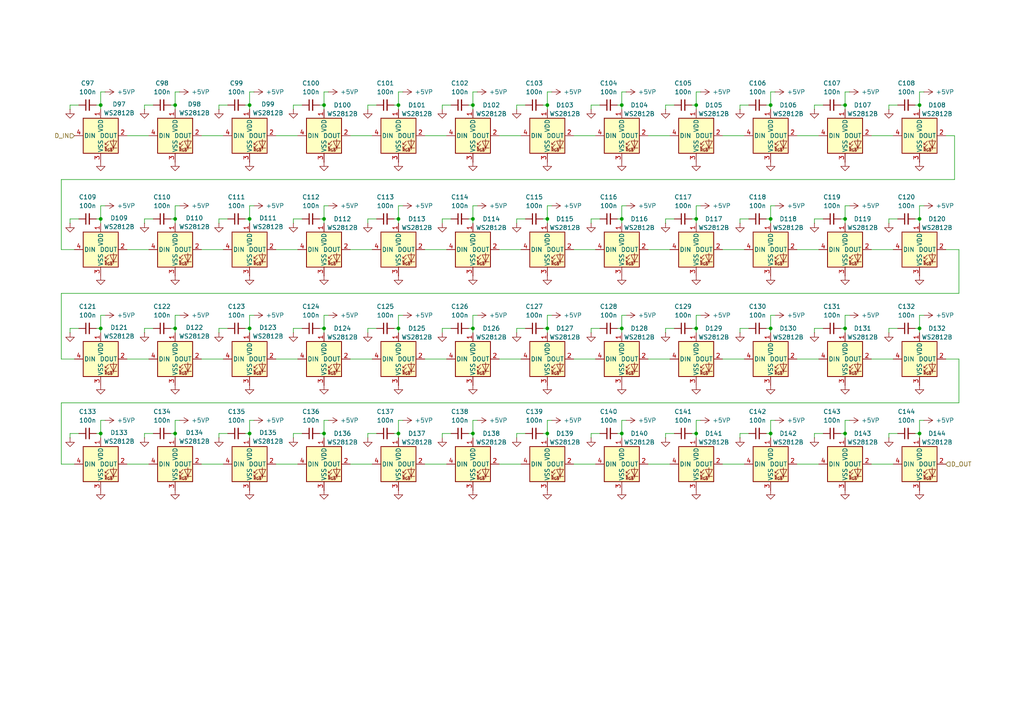
<source format=kicad_sch>
(kicad_sch (version 20250114) (generator "eeschema") (generator_version "9.0")
  (paper "A4")
  (junction (at 223.52 30.48))
  (junction (at 201.93 63.5))
  (junction (at 50.8 63.5))
  (junction (at 137.16 63.5))
  (junction (at 201.93 95.25))
  (junction (at 158.75 125.73))
  (junction (at 50.8 95.25))
  (junction (at 266.7 30.48))
  (junction (at 158.75 63.5))
  (junction (at 245.11 30.48))
  (junction (at 158.75 95.25))
  (junction (at 93.98 125.73))
  (junction (at 29.21 30.48))
  (junction (at 158.75 30.48))
  (junction (at 29.21 95.25))
  (junction (at 245.11 95.25))
  (junction (at 115.57 95.25))
  (junction (at 245.11 125.73))
  (junction (at 266.7 125.73))
  (junction (at 72.39 63.5))
  (junction (at 245.11 63.5))
  (junction (at 50.8 30.48))
  (junction (at 223.52 125.73))
  (junction (at 50.8 125.73))
  (junction (at 115.57 63.5))
  (junction (at 72.39 30.48))
  (junction (at 29.21 63.5))
  (junction (at 201.93 30.48))
  (junction (at 29.21 125.73))
  (junction (at 137.16 95.25))
  (junction (at 137.16 30.48))
  (junction (at 266.7 95.25))
  (junction (at 93.98 30.48))
  (junction (at 180.34 95.25))
  (junction (at 223.52 63.5))
  (junction (at 223.52 95.25))
  (junction (at 115.57 30.48))
  (junction (at 180.34 63.5))
  (junction (at 201.93 125.73))
  (junction (at 72.39 95.25))
  (junction (at 93.98 63.5))
  (junction (at 137.16 125.73))
  (junction (at 180.34 30.48))
  (junction (at 266.7 63.5))
  (junction (at 72.39 125.73))
  (junction (at 180.34 125.73))
  (junction (at 93.98 95.25))
  (junction (at 115.57 125.73))
  (wire (pts (xy 41.91 30.48) (xy 44.45 30.48)))
  (wire (pts (xy 231.14 104.14) (xy 237.49 104.14)))
  (wire (pts (xy 223.52 125.73) (xy 223.52 127)))
  (wire (pts (xy 36.83 39.37) (xy 43.18 39.37)))
  (wire (pts (xy 214.63 30.48) (xy 217.17 30.48)))
  (wire (pts (xy 29.21 95.25) (xy 29.21 96.52)))
  (wire (pts (xy 200.66 125.73) (xy 201.93 125.73)))
  (wire (pts (xy 85.09 95.25) (xy 85.09 96.52)))
  (wire (pts (xy 144.78 39.37) (xy 151.13 39.37)))
  (wire (pts (xy 158.75 95.25) (xy 158.75 96.52)))
  (wire (pts (xy 85.09 125.73) (xy 85.09 127)))
  (wire (pts (xy 29.21 91.44) (xy 30.48 91.44)))
  (wire (pts (xy 201.93 125.73) (xy 201.93 127)))
  (wire (pts (xy 106.68 95.25) (xy 109.22 95.25)))
  (wire (pts (xy 245.11 30.48) (xy 245.11 31.75)))
  (wire (pts (xy 27.94 95.25) (xy 29.21 95.25)))
  (wire (pts (xy 50.8 125.73) (xy 50.8 127)))
  (wire (pts (xy 29.21 121.92) (xy 29.21 125.73)))
  (wire (pts (xy 166.37 134.62) (xy 172.72 134.62)))
  (wire (pts (xy 252.73 134.62) (xy 259.08 134.62)))
  (wire (pts (xy 236.22 30.48) (xy 238.76 30.48)))
  (wire (pts (xy 157.48 63.5) (xy 158.75 63.5)))
  (wire (pts (xy 231.14 134.62) (xy 237.49 134.62)))
  (wire (pts (xy 245.11 121.92) (xy 246.38 121.92)))
  (wire (pts (xy 128.27 63.5) (xy 130.81 63.5)))
  (wire (pts (xy 80.01 72.39) (xy 86.36 72.39)))
  (wire (pts (xy 128.27 30.48) (xy 128.27 31.75)))
  (wire (pts (xy 243.84 63.5) (xy 245.11 63.5)))
  (wire (pts (xy 106.68 125.73) (xy 106.68 127)))
  (wire (pts (xy 187.96 72.39) (xy 194.31 72.39)))
  (wire (pts (xy 137.16 26.67) (xy 137.16 30.48)))
  (wire (pts (xy 180.34 125.73) (xy 180.34 127)))
  (wire (pts (xy 85.09 63.5) (xy 85.09 64.77)))
  (wire (pts (xy 149.86 125.73) (xy 152.4 125.73)))
  (wire (pts (xy 180.34 121.92) (xy 180.34 125.73)))
  (wire (pts (xy 63.5 30.48) (xy 66.04 30.48)))
  (wire (pts (xy 135.89 30.48) (xy 137.16 30.48)))
  (wire (pts (xy 85.09 95.25) (xy 87.63 95.25)))
  (wire (pts (xy 193.04 30.48) (xy 193.04 31.75)))
  (wire (pts (xy 80.01 134.62) (xy 86.36 134.62)))
  (wire (pts (xy 223.52 30.48) (xy 223.52 31.75)))
  (wire (pts (xy 201.93 30.48) (xy 201.93 31.75)))
  (wire (pts (xy 149.86 95.25) (xy 149.86 96.52)))
  (wire (pts (xy 85.09 125.73) (xy 87.63 125.73)))
  (wire (pts (xy 27.94 63.5) (xy 29.21 63.5)))
  (wire (pts (xy 179.07 125.73) (xy 180.34 125.73)))
  (wire (pts (xy 243.84 95.25) (xy 245.11 95.25)))
  (wire (pts (xy 266.7 26.67) (xy 266.7 30.48)))
  (wire (pts (xy 93.98 26.67) (xy 93.98 30.48)))
  (wire (pts (xy 72.39 26.67) (xy 73.66 26.67)))
  (wire (pts (xy 243.84 125.73) (xy 245.11 125.73)))
  (wire (pts (xy 50.8 26.67) (xy 50.8 30.48)))
  (wire (pts (xy 201.93 63.5) (xy 201.93 64.77)))
  (wire (pts (xy 266.7 63.5) (xy 266.7 64.77)))
  (wire (pts (xy 20.32 95.25) (xy 20.32 96.52)))
  (wire (pts (xy 101.6 72.39) (xy 107.95 72.39)))
  (wire (pts (xy 171.45 30.48) (xy 171.45 31.75)))
  (wire (pts (xy 236.22 63.5) (xy 238.76 63.5)))
  (wire (pts (xy 17.78 52.07) (xy 17.78 72.39)))
  (wire (pts (xy 158.75 59.69) (xy 160.02 59.69)))
  (wire (pts (xy 245.11 95.25) (xy 245.11 96.52)))
  (wire (pts (xy 20.32 30.48) (xy 20.32 31.75)))
  (wire (pts (xy 171.45 30.48) (xy 173.99 30.48)))
  (wire (pts (xy 29.21 121.92) (xy 30.48 121.92)))
  (wire (pts (xy 276.86 39.37) (xy 276.86 52.07)))
  (wire (pts (xy 115.57 121.92) (xy 116.84 121.92)))
  (wire (pts (xy 158.75 121.92) (xy 158.75 125.73)))
  (wire (pts (xy 245.11 125.73) (xy 245.11 127)))
  (wire (pts (xy 93.98 26.67) (xy 95.25 26.67)))
  (wire (pts (xy 187.96 39.37) (xy 194.31 39.37)))
  (wire (pts (xy 137.16 91.44) (xy 138.43 91.44)))
  (wire (pts (xy 209.55 104.14) (xy 215.9 104.14)))
  (wire (pts (xy 93.98 125.73) (xy 93.98 127)))
  (wire (pts (xy 29.21 26.67) (xy 29.21 30.48)))
  (wire (pts (xy 72.39 26.67) (xy 72.39 30.48)))
  (wire (pts (xy 223.52 63.5) (xy 223.52 64.77)))
  (wire (pts (xy 265.43 95.25) (xy 266.7 95.25)))
  (wire (pts (xy 187.96 104.14) (xy 194.31 104.14)))
  (wire (pts (xy 265.43 63.5) (xy 266.7 63.5)))
  (wire (pts (xy 252.73 39.37) (xy 259.08 39.37)))
  (wire (pts (xy 72.39 59.69) (xy 73.66 59.69)))
  (wire (pts (xy 157.48 125.73) (xy 158.75 125.73)))
  (wire (pts (xy 50.8 95.25) (xy 50.8 96.52)))
  (wire (pts (xy 123.19 134.62) (xy 129.54 134.62)))
  (wire (pts (xy 180.34 30.48) (xy 180.34 31.75)))
  (wire (pts (xy 115.57 95.25) (xy 115.57 96.52)))
  (wire (pts (xy 29.21 30.48) (xy 29.21 31.75)))
  (wire (pts (xy 245.11 26.67) (xy 245.11 30.48)))
  (wire (pts (xy 49.53 125.73) (xy 50.8 125.73)))
  (wire (pts (xy 115.57 59.69) (xy 115.57 63.5)))
  (wire (pts (xy 41.91 30.48) (xy 41.91 31.75)))
  (wire (pts (xy 158.75 59.69) (xy 158.75 63.5)))
  (wire (pts (xy 265.43 125.73) (xy 266.7 125.73)))
  (wire (pts (xy 201.93 91.44) (xy 201.93 95.25)))
  (wire (pts (xy 50.8 59.69) (xy 52.07 59.69)))
  (wire (pts (xy 257.81 95.25) (xy 257.81 96.52)))
  (wire (pts (xy 201.93 121.92) (xy 203.2 121.92)))
  (wire (pts (xy 231.14 39.37) (xy 237.49 39.37)))
  (wire (pts (xy 223.52 91.44) (xy 223.52 95.25)))
  (wire (pts (xy 157.48 30.48) (xy 158.75 30.48)))
  (wire (pts (xy 209.55 72.39) (xy 215.9 72.39)))
  (wire (pts (xy 29.21 63.5) (xy 29.21 64.77)))
  (wire (pts (xy 149.86 30.48) (xy 149.86 31.75)))
  (wire (pts (xy 171.45 125.73) (xy 173.99 125.73)))
  (wire (pts (xy 171.45 125.73) (xy 171.45 127)))
  (wire (pts (xy 50.8 26.67) (xy 52.07 26.67)))
  (wire (pts (xy 214.63 95.25) (xy 214.63 96.52)))
  (wire (pts (xy 93.98 59.69) (xy 95.25 59.69)))
  (wire (pts (xy 137.16 59.69) (xy 137.16 63.5)))
  (wire (pts (xy 93.98 95.25) (xy 93.98 96.52)))
  (wire (pts (xy 158.75 26.67) (xy 158.75 30.48)))
  (wire (pts (xy 149.86 63.5) (xy 152.4 63.5)))
  (wire (pts (xy 85.09 30.48) (xy 85.09 31.75)))
  (wire (pts (xy 180.34 95.25) (xy 180.34 96.52)))
  (wire (pts (xy 72.39 91.44) (xy 73.66 91.44)))
  (wire (pts (xy 92.71 30.48) (xy 93.98 30.48)))
  (wire (pts (xy 20.32 30.48) (xy 22.86 30.48)))
  (wire (pts (xy 63.5 125.73) (xy 66.04 125.73)))
  (wire (pts (xy 49.53 95.25) (xy 50.8 95.25)))
  (wire (pts (xy 166.37 104.14) (xy 172.72 104.14)))
  (wire (pts (xy 115.57 121.92) (xy 115.57 125.73)))
  (wire (pts (xy 257.81 125.73) (xy 260.35 125.73)))
  (wire (pts (xy 101.6 134.62) (xy 107.95 134.62)))
  (wire (pts (xy 209.55 39.37) (xy 215.9 39.37)))
  (wire (pts (xy 180.34 63.5) (xy 180.34 64.77)))
  (wire (pts (xy 171.45 63.5) (xy 171.45 64.77)))
  (wire (pts (xy 72.39 95.25) (xy 72.39 96.52)))
  (wire (pts (xy 92.71 63.5) (xy 93.98 63.5)))
  (wire (pts (xy 72.39 121.92) (xy 73.66 121.92)))
  (wire (pts (xy 17.78 104.14) (xy 21.59 104.14)))
  (wire (pts (xy 223.52 26.67) (xy 223.52 30.48)))
  (wire (pts (xy 180.34 59.69) (xy 180.34 63.5)))
  (wire (pts (xy 137.16 95.25) (xy 137.16 96.52)))
  (wire (pts (xy 135.89 63.5) (xy 137.16 63.5)))
  (wire (pts (xy 20.32 95.25) (xy 22.86 95.25)))
  (wire (pts (xy 245.11 59.69) (xy 245.11 63.5)))
  (wire (pts (xy 243.84 30.48) (xy 245.11 30.48)))
  (wire (pts (xy 257.81 30.48) (xy 260.35 30.48)))
  (wire (pts (xy 41.91 63.5) (xy 44.45 63.5)))
  (wire (pts (xy 20.32 63.5) (xy 20.32 64.77)))
  (wire (pts (xy 93.98 59.69) (xy 93.98 63.5)))
  (wire (pts (xy 180.34 121.92) (xy 181.61 121.92)))
  (wire (pts (xy 123.19 39.37) (xy 129.54 39.37)))
  (wire (pts (xy 106.68 63.5) (xy 109.22 63.5)))
  (wire (pts (xy 171.45 63.5) (xy 173.99 63.5)))
  (wire (pts (xy 20.32 125.73) (xy 20.32 127)))
  (wire (pts (xy 158.75 30.48) (xy 158.75 31.75)))
  (wire (pts (xy 101.6 104.14) (xy 107.95 104.14)))
  (wire (pts (xy 201.93 26.67) (xy 201.93 30.48)))
  (wire (pts (xy 257.81 95.25) (xy 260.35 95.25)))
  (wire (pts (xy 114.3 95.25) (xy 115.57 95.25)))
  (wire (pts (xy 29.21 59.69) (xy 29.21 63.5)))
  (wire (pts (xy 223.52 59.69) (xy 223.52 63.5)))
  (wire (pts (xy 114.3 30.48) (xy 115.57 30.48)))
  (wire (pts (xy 50.8 63.5) (xy 50.8 64.77)))
  (wire (pts (xy 72.39 91.44) (xy 72.39 95.25)))
  (wire (pts (xy 278.13 104.14) (xy 278.13 116.84)))
  (wire (pts (xy 41.91 63.5) (xy 41.91 64.77)))
  (wire (pts (xy 72.39 30.48) (xy 72.39 31.75)))
  (wire (pts (xy 180.34 26.67) (xy 181.61 26.67)))
  (wire (pts (xy 276.86 52.07) (xy 17.78 52.07)))
  (wire (pts (xy 101.6 39.37) (xy 107.95 39.37)))
  (wire (pts (xy 266.7 30.48) (xy 266.7 31.75)))
  (wire (pts (xy 214.63 95.25) (xy 217.17 95.25)))
  (wire (pts (xy 58.42 104.14) (xy 64.77 104.14)))
  (wire (pts (xy 245.11 59.69) (xy 246.38 59.69)))
  (wire (pts (xy 137.16 26.67) (xy 138.43 26.67)))
  (wire (pts (xy 72.39 63.5) (xy 72.39 64.77)))
  (wire (pts (xy 231.14 72.39) (xy 237.49 72.39)))
  (wire (pts (xy 222.25 30.48) (xy 223.52 30.48)))
  (wire (pts (xy 193.04 95.25) (xy 193.04 96.52)))
  (wire (pts (xy 63.5 125.73) (xy 63.5 127)))
  (wire (pts (xy 128.27 30.48) (xy 130.81 30.48)))
  (wire (pts (xy 71.12 95.25) (xy 72.39 95.25)))
  (wire (pts (xy 201.93 91.44) (xy 203.2 91.44)))
  (wire (pts (xy 50.8 30.48) (xy 50.8 31.75)))
  (wire (pts (xy 180.34 59.69) (xy 181.61 59.69)))
  (wire (pts (xy 36.83 134.62) (xy 43.18 134.62)))
  (wire (pts (xy 158.75 121.92) (xy 160.02 121.92)))
  (wire (pts (xy 200.66 95.25) (xy 201.93 95.25)))
  (wire (pts (xy 50.8 91.44) (xy 52.07 91.44)))
  (wire (pts (xy 115.57 30.48) (xy 115.57 31.75)))
  (wire (pts (xy 135.89 125.73) (xy 137.16 125.73)))
  (wire (pts (xy 115.57 26.67) (xy 116.84 26.67)))
  (wire (pts (xy 80.01 39.37) (xy 86.36 39.37)))
  (wire (pts (xy 149.86 95.25) (xy 152.4 95.25)))
  (wire (pts (xy 266.7 125.73) (xy 266.7 127)))
  (wire (pts (xy 274.32 39.37) (xy 276.86 39.37)))
  (wire (pts (xy 20.32 125.73) (xy 22.86 125.73)))
  (wire (pts (xy 171.45 95.25) (xy 173.99 95.25)))
  (wire (pts (xy 137.16 125.73) (xy 137.16 127)))
  (wire (pts (xy 223.52 59.69) (xy 224.79 59.69)))
  (wire (pts (xy 58.42 39.37) (xy 64.77 39.37)))
  (wire (pts (xy 85.09 63.5) (xy 87.63 63.5)))
  (wire (pts (xy 274.32 72.39) (xy 278.13 72.39)))
  (wire (pts (xy 71.12 63.5) (xy 72.39 63.5)))
  (wire (pts (xy 158.75 91.44) (xy 158.75 95.25)))
  (wire (pts (xy 128.27 95.25) (xy 130.81 95.25)))
  (wire (pts (xy 41.91 95.25) (xy 44.45 95.25)))
  (wire (pts (xy 123.19 72.39) (xy 129.54 72.39)))
  (wire (pts (xy 149.86 63.5) (xy 149.86 64.77)))
  (wire (pts (xy 50.8 121.92) (xy 52.07 121.92)))
  (wire (pts (xy 257.81 125.73) (xy 257.81 127)))
  (wire (pts (xy 171.45 95.25) (xy 171.45 96.52)))
  (wire (pts (xy 265.43 30.48) (xy 266.7 30.48)))
  (wire (pts (xy 236.22 95.25) (xy 238.76 95.25)))
  (wire (pts (xy 72.39 59.69) (xy 72.39 63.5)))
  (wire (pts (xy 58.42 72.39) (xy 64.77 72.39)))
  (wire (pts (xy 257.81 63.5) (xy 260.35 63.5)))
  (wire (pts (xy 128.27 125.73) (xy 130.81 125.73)))
  (wire (pts (xy 236.22 63.5) (xy 236.22 64.77)))
  (wire (pts (xy 144.78 104.14) (xy 151.13 104.14)))
  (wire (pts (xy 257.81 63.5) (xy 257.81 64.77)))
  (wire (pts (xy 41.91 125.73) (xy 44.45 125.73)))
  (wire (pts (xy 106.68 63.5) (xy 106.68 64.77)))
  (wire (pts (xy 222.25 125.73) (xy 223.52 125.73)))
  (wire (pts (xy 266.7 121.92) (xy 266.7 125.73)))
  (wire (pts (xy 266.7 26.67) (xy 267.97 26.67)))
  (wire (pts (xy 93.98 63.5) (xy 93.98 64.77)))
  (wire (pts (xy 17.78 134.62) (xy 21.59 134.62)))
  (wire (pts (xy 137.16 91.44) (xy 137.16 95.25)))
  (wire (pts (xy 144.78 72.39) (xy 151.13 72.39)))
  (wire (pts (xy 92.71 95.25) (xy 93.98 95.25)))
  (wire (pts (xy 115.57 59.69) (xy 116.84 59.69)))
  (wire (pts (xy 93.98 30.48) (xy 93.98 31.75)))
  (wire (pts (xy 223.52 26.67) (xy 224.79 26.67)))
  (wire (pts (xy 236.22 125.73) (xy 238.76 125.73)))
  (wire (pts (xy 214.63 30.48) (xy 214.63 31.75)))
  (wire (pts (xy 278.13 72.39) (xy 278.13 85.09)))
  (wire (pts (xy 157.48 95.25) (xy 158.75 95.25)))
  (wire (pts (xy 85.09 30.48) (xy 87.63 30.48)))
  (wire (pts (xy 41.91 95.25) (xy 41.91 96.52)))
  (wire (pts (xy 201.93 26.67) (xy 203.2 26.67)))
  (wire (pts (xy 137.16 63.5) (xy 137.16 64.77)))
  (wire (pts (xy 223.52 121.92) (xy 223.52 125.73)))
  (wire (pts (xy 93.98 121.92) (xy 93.98 125.73)))
  (wire (pts (xy 115.57 91.44) (xy 115.57 95.25)))
  (wire (pts (xy 245.11 26.67) (xy 246.38 26.67)))
  (wire (pts (xy 193.04 63.5) (xy 195.58 63.5)))
  (wire (pts (xy 252.73 72.39) (xy 259.08 72.39)))
  (wire (pts (xy 245.11 91.44) (xy 245.11 95.25)))
  (wire (pts (xy 29.21 59.69) (xy 30.48 59.69)))
  (wire (pts (xy 128.27 63.5) (xy 128.27 64.77)))
  (wire (pts (xy 200.66 30.48) (xy 201.93 30.48)))
  (wire (pts (xy 201.93 59.69) (xy 201.93 63.5)))
  (wire (pts (xy 17.78 85.09) (xy 17.78 104.14)))
  (wire (pts (xy 223.52 91.44) (xy 224.79 91.44)))
  (wire (pts (xy 137.16 30.48) (xy 137.16 31.75)))
  (wire (pts (xy 179.07 95.25) (xy 180.34 95.25)))
  (wire (pts (xy 214.63 125.73) (xy 217.17 125.73)))
  (wire (pts (xy 93.98 121.92) (xy 95.25 121.92)))
  (wire (pts (xy 166.37 39.37) (xy 172.72 39.37)))
  (wire (pts (xy 93.98 91.44) (xy 95.25 91.44)))
  (wire (pts (xy 29.21 91.44) (xy 29.21 95.25)))
  (wire (pts (xy 63.5 63.5) (xy 66.04 63.5)))
  (wire (pts (xy 274.32 104.14) (xy 278.13 104.14)))
  (wire (pts (xy 266.7 91.44) (xy 267.97 91.44)))
  (wire (pts (xy 245.11 121.92) (xy 245.11 125.73)))
  (wire (pts (xy 58.42 134.62) (xy 64.77 134.62)))
  (wire (pts (xy 49.53 30.48) (xy 50.8 30.48)))
  (wire (pts (xy 63.5 30.48) (xy 63.5 31.75)))
  (wire (pts (xy 50.8 121.92) (xy 50.8 125.73)))
  (wire (pts (xy 106.68 30.48) (xy 109.22 30.48)))
  (wire (pts (xy 179.07 63.5) (xy 180.34 63.5)))
  (wire (pts (xy 214.63 125.73) (xy 214.63 127)))
  (wire (pts (xy 180.34 91.44) (xy 180.34 95.25)))
  (wire (pts (xy 92.71 125.73) (xy 93.98 125.73)))
  (wire (pts (xy 180.34 26.67) (xy 180.34 30.48)))
  (wire (pts (xy 209.55 134.62) (xy 215.9 134.62)))
  (wire (pts (xy 245.11 63.5) (xy 245.11 64.77)))
  (wire (pts (xy 137.16 121.92) (xy 137.16 125.73)))
  (wire (pts (xy 115.57 26.67) (xy 115.57 30.48)))
  (wire (pts (xy 115.57 63.5) (xy 115.57 64.77)))
  (wire (pts (xy 115.57 91.44) (xy 116.84 91.44)))
  (wire (pts (xy 114.3 63.5) (xy 115.57 63.5)))
  (wire (pts (xy 144.78 134.62) (xy 151.13 134.62)))
  (wire (pts (xy 128.27 125.73) (xy 128.27 127)))
  (wire (pts (xy 80.01 104.14) (xy 86.36 104.14)))
  (wire (pts (xy 50.8 91.44) (xy 50.8 95.25)))
  (wire (pts (xy 193.04 30.48) (xy 195.58 30.48)))
  (wire (pts (xy 193.04 125.73) (xy 193.04 127)))
  (wire (pts (xy 149.86 30.48) (xy 152.4 30.48)))
  (wire (pts (xy 201.93 121.92) (xy 201.93 125.73)))
  (wire (pts (xy 180.34 91.44) (xy 181.61 91.44)))
  (wire (pts (xy 41.91 125.73) (xy 41.91 127)))
  (wire (pts (xy 137.16 121.92) (xy 138.43 121.92)))
  (wire (pts (xy 193.04 95.25) (xy 195.58 95.25)))
  (wire (pts (xy 17.78 116.84) (xy 17.78 134.62)))
  (wire (pts (xy 266.7 121.92) (xy 267.97 121.92)))
  (wire (pts (xy 193.04 125.73) (xy 195.58 125.73)))
  (wire (pts (xy 36.83 104.14) (xy 43.18 104.14)))
  (wire (pts (xy 236.22 30.48) (xy 236.22 31.75)))
  (wire (pts (xy 266.7 59.69) (xy 266.7 63.5)))
  (wire (pts (xy 63.5 95.25) (xy 63.5 96.52)))
  (wire (pts (xy 266.7 95.25) (xy 266.7 96.52)))
  (wire (pts (xy 93.98 91.44) (xy 93.98 95.25)))
  (wire (pts (xy 135.89 95.25) (xy 137.16 95.25)))
  (wire (pts (xy 214.63 63.5) (xy 214.63 64.77)))
  (wire (pts (xy 17.78 72.39) (xy 21.59 72.39)))
  (wire (pts (xy 128.27 95.25) (xy 128.27 96.52)))
  (wire (pts (xy 201.93 59.69) (xy 203.2 59.69)))
  (wire (pts (xy 278.13 116.84) (xy 17.78 116.84)))
  (wire (pts (xy 149.86 125.73) (xy 149.86 127)))
  (wire (pts (xy 27.94 30.48) (xy 29.21 30.48)))
  (wire (pts (xy 27.94 125.73) (xy 29.21 125.73)))
  (wire (pts (xy 72.39 125.73) (xy 72.39 127)))
  (wire (pts (xy 223.52 121.92) (xy 224.79 121.92)))
  (wire (pts (xy 71.12 125.73) (xy 72.39 125.73)))
  (wire (pts (xy 252.73 104.14) (xy 259.08 104.14)))
  (wire (pts (xy 266.7 91.44) (xy 266.7 95.25)))
  (wire (pts (xy 222.25 95.25) (xy 223.52 95.25)))
  (wire (pts (xy 71.12 30.48) (xy 72.39 30.48)))
  (wire (pts (xy 187.96 134.62) (xy 194.31 134.62)))
  (wire (pts (xy 200.66 63.5) (xy 201.93 63.5)))
  (wire (pts (xy 257.81 30.48) (xy 257.81 31.75)))
  (wire (pts (xy 63.5 63.5) (xy 63.5 64.77)))
  (wire (pts (xy 214.63 63.5) (xy 217.17 63.5)))
  (wire (pts (xy 158.75 91.44) (xy 160.02 91.44)))
  (wire (pts (xy 115.57 125.73) (xy 115.57 127)))
  (wire (pts (xy 29.21 125.73) (xy 29.21 127)))
  (wire (pts (xy 166.37 72.39) (xy 172.72 72.39)))
  (wire (pts (xy 114.3 125.73) (xy 115.57 125.73)))
  (wire (pts (xy 278.13 85.09) (xy 17.78 85.09)))
  (wire (pts (xy 63.5 95.25) (xy 66.04 95.25)))
  (wire (pts (xy 245.11 91.44) (xy 246.38 91.44)))
  (wire (pts (xy 137.16 59.69) (xy 138.43 59.69)))
  (wire (pts (xy 223.52 95.25) (xy 223.52 96.52)))
  (wire (pts (xy 20.32 63.5) (xy 22.86 63.5)))
  (wire (pts (xy 222.25 63.5) (xy 223.52 63.5)))
  (wire (pts (xy 36.83 72.39) (xy 43.18 72.39)))
  (wire (pts (xy 72.39 121.92) (xy 72.39 125.73)))
  (wire (pts (xy 106.68 125.73) (xy 109.22 125.73)))
  (wire (pts (xy 49.53 63.5) (xy 50.8 63.5)))
  (wire (pts (xy 50.8 59.69) (xy 50.8 63.5)))
  (wire (pts (xy 201.93 95.25) (xy 201.93 96.52)))
  (wire (pts (xy 236.22 95.25) (xy 236.22 96.52)))
  (wire (pts (xy 106.68 30.48) (xy 106.68 31.75)))
  (wire (pts (xy 158.75 63.5) (xy 158.75 64.77)))
  (wire (pts (xy 123.19 104.14) (xy 129.54 104.14)))
  (wire (pts (xy 236.22 125.73) (xy 236.22 127)))
  (wire (pts (xy 266.7 59.69) (xy 267.97 59.69)))
  (wire (pts (xy 193.04 63.5) (xy 193.04 64.77)))
  (wire (pts (xy 179.07 30.48) (xy 180.34 30.48)))
  (wire (pts (xy 29.21 26.67) (xy 30.48 26.67)))
  (wire (pts (xy 158.75 125.73) (xy 158.75 127)))
  (wire (pts (xy 106.68 95.25) (xy 106.68 96.52)))
  (wire (pts (xy 158.75 26.67) (xy 160.02 26.67)))
  (hierarchical_label "D_OUT" (shape input) (at 274.32 134.62 0))
  (hierarchical_label "D_IN" (shape input) (at 21.59 39.37 180))
  (symbol (lib_id "power:+5VP") (at 160.02 91.44 270) (unit 1)
    (property "Reference" "#PWR0367" (effects (hide yes)))
    (property "Value" "+5VP" (at 166.116 91.44 90))
    (property "Description" "Power symbol creates a global label with name \"+5VP\"" (effects (hide yes)))
  )
  (symbol (lib_id "Device:C_Small") (at 46.99 30.48 90) (unit 1)
    (property "Reference" "C98" (at 46.9963 24.13 90))
    (property "Value" "100n" (at 46.9963 26.67 90))
    (property "Footprint" "Capacitor_SMD:C_0402_1005Metric" (effects (hide yes)))
    (property "Description" "Unpolarized capacitor, small symbol" (effects (hide yes)))
  )
  (symbol (lib_id "power:+5VP") (at 267.97 59.69 270) (unit 1)
    (property "Reference" "#PWR0336" (effects (hide yes)))
    (property "Value" "+5VP" (at 274.066 59.69 90))
    (property "Description" "Power symbol creates a global label with name \"+5VP\"" (effects (hide yes)))
  )
  (symbol (lib_id "power:GND") (at 93.98 80.01 0) (unit 1)
    (property "Reference" "#PWR0352" (effects (hide yes)))
    (property "Value" "GND" (effects (hide yes)))
    (property "Description" "Power symbol creates a global label with name \"GND\" , ground" (effects (hide yes)))
  )
  (symbol (lib_id "power:GND") (at 50.8 111.76 0) (unit 1)
    (property "Reference" "#PWR0386" (effects (hide yes)))
    (property "Value" "GND" (effects (hide yes)))
    (property "Description" "Power symbol creates a global label with name \"GND\" , ground" (effects (hide yes)))
  )
  (symbol (lib_id "power:GND") (at 201.93 80.01 0) (unit 1)
    (property "Reference" "#PWR0357" (effects (hide yes)))
    (property "Value" "GND" (effects (hide yes)))
    (property "Description" "Power symbol creates a global label with name \"GND\" , ground" (effects (hide yes)))
  )
  (symbol (lib_id "power:+5VP") (at 95.25 91.44 270) (unit 1)
    (property "Reference" "#PWR0364" (effects (hide yes)))
    (property "Value" "+5VP" (at 101.346 91.44 90))
    (property "Description" "Power symbol creates a global label with name \"+5VP\"" (effects (hide yes)))
  )
  (symbol (lib_id "power:+5VP") (at 138.43 59.69 270) (unit 1)
    (property "Reference" "#PWR0330" (effects (hide yes)))
    (property "Value" "+5VP" (at 144.526 59.69 90))
    (property "Description" "Power symbol creates a global label with name \"+5VP\"" (effects (hide yes)))
  )
  (symbol (lib_id "power:GND") (at 193.04 31.75 0) (unit 1)
    (property "Reference" "#PWR0309" (effects (hide yes)))
    (property "Value" "GND" (effects (hide yes)))
    (property "Description" "Power symbol creates a global label with name \"GND\" , ground" (effects (hide yes)))
  )
  (symbol (lib_id "power:GND") (at 29.21 80.01 0) (unit 1)
    (property "Reference" "#PWR0349" (effects (hide yes)))
    (property "Value" "GND" (effects (hide yes)))
    (property "Description" "Power symbol creates a global label with name \"GND\" , ground" (effects (hide yes)))
  )
  (symbol (lib_id "power:+5VP") (at 203.2 59.69 270) (unit 1)
    (property "Reference" "#PWR0333" (effects (hide yes)))
    (property "Value" "+5VP" (at 209.296 59.69 90))
    (property "Description" "Power symbol creates a global label with name \"+5VP\"" (effects (hide yes)))
  )
  (symbol (lib_id "power:GND") (at 41.91 31.75 0) (unit 1)
    (property "Reference" "#PWR0302" (effects (hide yes)))
    (property "Value" "GND" (effects (hide yes)))
    (property "Description" "Power symbol creates a global label with name \"GND\" , ground" (effects (hide yes)))
  )
  (symbol (lib_id "power:+5VP") (at 246.38 59.69 270) (unit 1)
    (property "Reference" "#PWR0335" (effects (hide yes)))
    (property "Value" "+5VP" (at 252.476 59.69 90))
    (property "Description" "Power symbol creates a global label with name \"+5VP\"" (effects (hide yes)))
  )
  (symbol (lib_id "power:GND") (at 193.04 64.77 0) (unit 1)
    (property "Reference" "#PWR0345" (effects (hide yes)))
    (property "Value" "GND" (effects (hide yes)))
    (property "Description" "Power symbol creates a global label with name \"GND\" , ground" (effects (hide yes)))
  )
  (symbol (lib_id "power:+5VP") (at 267.97 91.44 270) (unit 1)
    (property "Reference" "#PWR0372" (effects (hide yes)))
    (property "Value" "+5VP" (at 274.066 91.44 90))
    (property "Description" "Power symbol creates a global label with name \"+5VP\"" (effects (hide yes)))
  )
  (symbol (lib_id "power:GND") (at 171.45 31.75 0) (unit 1)
    (property "Reference" "#PWR0308" (effects (hide yes)))
    (property "Value" "GND" (effects (hide yes)))
    (property "Description" "Power symbol creates a global label with name \"GND\" , ground" (effects (hide yes)))
  )
  (symbol (lib_id "power:GND") (at 72.39 142.24 0) (unit 1)
    (property "Reference" "#PWR0423" (effects (hide yes)))
    (property "Value" "GND" (effects (hide yes)))
    (property "Description" "Power symbol creates a global label with name \"GND\" , ground" (effects (hide yes)))
  )
  (symbol (lib_id "Device:C_Small") (at 219.71 125.73 90) (unit 1)
    (property "Reference" "C142" (at 219.7163 119.38 90))
    (property "Value" "100n" (at 219.7163 121.92 90))
    (property "Footprint" "Capacitor_SMD:C_0402_1005Metric" (effects (hide yes)))
    (property "Description" "Unpolarized capacitor, small symbol" (effects (hide yes)))
  )
  (symbol (lib_id "power:+5VP") (at 138.43 91.44 270) (unit 1)
    (property "Reference" "#PWR0366" (effects (hide yes)))
    (property "Value" "+5VP" (at 144.526 91.44 90))
    (property "Description" "Power symbol creates a global label with name \"+5VP\"" (effects (hide yes)))
  )
  (symbol (lib_id "LED:WS2812B") (at 180.34 72.39 0) (unit 1)
    (property "Reference" "D116" (at 185.42 63.5 0))
    (property "Value" "WS2812B" (at 185.42 66.04 0))
    (property "Footprint" "LED_SMD:LED_WS2812B_PLCC4_5.0x5.0mm_P3.2mm" (effects (hide yes)))
    (property "Datasheet" "https://cdn-shop.adafruit.com/datasheets/WS2812B.pdf" (effects (hide yes)))
    (property "Description" "RGB LED with integrated controller" (effects (hide yes)))
  )
  (symbol (lib_id "LED:WS2812B") (at 115.57 72.39 0) (unit 1)
    (property "Reference" "D113" (at 120.904 63.5 0))
    (property "Value" "WS2812B" (at 120.904 66.04 0))
    (property "Footprint" "LED_SMD:LED_WS2812B_PLCC4_5.0x5.0mm_P3.2mm" (effects (hide yes)))
    (property "Datasheet" "https://cdn-shop.adafruit.com/datasheets/WS2812B.pdf" (effects (hide yes)))
    (property "Description" "RGB LED with integrated controller" (effects (hide yes)))
  )
  (symbol (lib_id "power:GND") (at 115.57 80.01 0) (unit 1)
    (property "Reference" "#PWR0353" (effects (hide yes)))
    (property "Value" "GND" (effects (hide yes)))
    (property "Description" "Power symbol creates a global label with name \"GND\" , ground" (effects (hide yes)))
  )
  (symbol (lib_id "power:GND") (at 223.52 142.24 0) (unit 1)
    (property "Reference" "#PWR0430" (effects (hide yes)))
    (property "Value" "GND" (effects (hide yes)))
    (property "Description" "Power symbol creates a global label with name \"GND\" , ground" (effects (hide yes)))
  )
  (symbol (lib_id "LED:WS2812B") (at 245.11 104.14 0) (unit 1)
    (property "Reference" "D131" (at 250.19 95.25 0))
    (property "Value" "WS2812B" (at 250.19 97.79 0))
    (property "Footprint" "LED_SMD:LED_WS2812B_PLCC4_5.0x5.0mm_P3.2mm" (effects (hide yes)))
    (property "Datasheet" "https://cdn-shop.adafruit.com/datasheets/WS2812B.pdf" (effects (hide yes)))
    (property "Description" "RGB LED with integrated controller" (effects (hide yes)))
  )
  (symbol (lib_id "power:GND") (at 128.27 31.75 0) (unit 1)
    (property "Reference" "#PWR0306" (effects (hide yes)))
    (property "Value" "GND" (effects (hide yes)))
    (property "Description" "Power symbol creates a global label with name \"GND\" , ground" (effects (hide yes)))
  )
  (symbol (lib_id "LED:WS2812B") (at 201.93 134.62 0) (unit 1)
    (property "Reference" "D141" (at 207.01 125.73 0))
    (property "Value" "WS2812B" (at 207.01 128.27 0))
    (property "Footprint" "LED_SMD:LED_WS2812B_PLCC4_5.0x5.0mm_P3.2mm" (effects (hide yes)))
    (property "Datasheet" "https://cdn-shop.adafruit.com/datasheets/WS2812B.pdf" (effects (hide yes)))
    (property "Description" "RGB LED with integrated controller" (effects (hide yes)))
  )
  (symbol (lib_id "power:GND") (at 128.27 96.52 0) (unit 1)
    (property "Reference" "#PWR0378" (effects (hide yes)))
    (property "Value" "GND" (effects (hide yes)))
    (property "Description" "Power symbol creates a global label with name \"GND\" , ground" (effects (hide yes)))
  )
  (symbol (lib_id "LED:WS2812B") (at 180.34 134.62 0) (unit 1)
    (property "Reference" "D140" (at 185.42 125.73 0))
    (property "Value" "WS2812B" (at 185.42 128.27 0))
    (property "Footprint" "LED_SMD:LED_WS2812B_PLCC4_5.0x5.0mm_P3.2mm" (effects (hide yes)))
    (property "Datasheet" "https://cdn-shop.adafruit.com/datasheets/WS2812B.pdf" (effects (hide yes)))
    (property "Description" "RGB LED with integrated controller" (effects (hide yes)))
  )
  (symbol (lib_id "power:GND") (at 171.45 64.77 0) (unit 1)
    (property "Reference" "#PWR0344" (effects (hide yes)))
    (property "Value" "GND" (effects (hide yes)))
    (property "Description" "Power symbol creates a global label with name \"GND\" , ground" (effects (hide yes)))
  )
  (symbol (lib_id "power:GND") (at 149.86 96.52 0) (unit 1)
    (property "Reference" "#PWR0379" (effects (hide yes)))
    (property "Value" "GND" (effects (hide yes)))
    (property "Description" "Power symbol creates a global label with name \"GND\" , ground" (effects (hide yes)))
  )
  (symbol (lib_id "power:GND") (at 245.11 111.76 0) (unit 1)
    (property "Reference" "#PWR0395" (effects (hide yes)))
    (property "Value" "GND" (effects (hide yes)))
    (property "Description" "Power symbol creates a global label with name \"GND\" , ground" (effects (hide yes)))
  )
  (symbol (lib_id "power:GND") (at 171.45 127 0) (unit 1)
    (property "Reference" "#PWR0416" (effects (hide yes)))
    (property "Value" "GND" (effects (hide yes)))
    (property "Description" "Power symbol creates a global label with name \"GND\" , ground" (effects (hide yes)))
  )
  (symbol (lib_id "power:GND") (at 158.75 80.01 0) (unit 1)
    (property "Reference" "#PWR0355" (effects (hide yes)))
    (property "Value" "GND" (effects (hide yes)))
    (property "Description" "Power symbol creates a global label with name \"GND\" , ground" (effects (hide yes)))
  )
  (symbol (lib_id "LED:WS2812B") (at 72.39 134.62 0) (unit 1)
    (property "Reference" "D135" (at 77.724 125.476 0))
    (property "Value" "WS2812B" (at 77.724 128.016 0))
    (property "Footprint" "LED_SMD:LED_WS2812B_PLCC4_5.0x5.0mm_P3.2mm" (effects (hide yes)))
    (property "Datasheet" "https://cdn-shop.adafruit.com/datasheets/WS2812B.pdf" (effects (hide yes)))
    (property "Description" "RGB LED with integrated controller" (effects (hide yes)))
  )
  (symbol (lib_id "power:GND") (at 41.91 127 0) (unit 1)
    (property "Reference" "#PWR0410" (effects (hide yes)))
    (property "Value" "GND" (effects (hide yes)))
    (property "Description" "Power symbol creates a global label with name \"GND\" , ground" (effects (hide yes)))
  )
  (symbol (lib_id "power:+5VP") (at 160.02 26.67 270) (unit 1)
    (property "Reference" "#PWR0295" (effects (hide yes)))
    (property "Value" "+5VP" (at 166.116 26.67 90))
    (property "Description" "Power symbol creates a global label with name \"+5VP\"" (effects (hide yes)))
  )
  (symbol (lib_id "LED:WS2812B") (at 72.39 104.14 0) (unit 1)
    (property "Reference" "D123" (at 77.724 94.996 0))
    (property "Value" "WS2812B" (at 77.724 97.536 0))
    (property "Footprint" "LED_SMD:LED_WS2812B_PLCC4_5.0x5.0mm_P3.2mm" (effects (hide yes)))
    (property "Datasheet" "https://cdn-shop.adafruit.com/datasheets/WS2812B.pdf" (effects (hide yes)))
    (property "Description" "RGB LED with integrated controller" (effects (hide yes)))
  )
  (symbol (lib_id "LED:WS2812B") (at 29.21 72.39 0) (unit 1)
    (property "Reference" "D109" (at 34.544 63.246 0))
    (property "Value" "WS2812B" (at 34.544 65.786 0))
    (property "Footprint" "LED_SMD:LED_WS2812B_PLCC4_5.0x5.0mm_P3.2mm" (effects (hide yes)))
    (property "Datasheet" "https://cdn-shop.adafruit.com/datasheets/WS2812B.pdf" (effects (hide yes)))
    (property "Description" "RGB LED with integrated controller" (effects (hide yes)))
  )
  (symbol (lib_id "power:GND") (at 106.68 31.75 0) (unit 1)
    (property "Reference" "#PWR0305" (effects (hide yes)))
    (property "Value" "GND" (effects (hide yes)))
    (property "Description" "Power symbol creates a global label with name \"GND\" , ground" (effects (hide yes)))
  )
  (symbol (lib_id "power:GND") (at 41.91 64.77 0) (unit 1)
    (property "Reference" "#PWR0338" (effects (hide yes)))
    (property "Value" "GND" (effects (hide yes)))
    (property "Description" "Power symbol creates a global label with name \"GND\" , ground" (effects (hide yes)))
  )
  (symbol (lib_id "LED:WS2812B") (at 158.75 72.39 0) (unit 1)
    (property "Reference" "D115" (at 163.83 63.5 0))
    (property "Value" "WS2812B" (at 163.83 66.04 0))
    (property "Footprint" "LED_SMD:LED_WS2812B_PLCC4_5.0x5.0mm_P3.2mm" (effects (hide yes)))
    (property "Datasheet" "https://cdn-shop.adafruit.com/datasheets/WS2812B.pdf" (effects (hide yes)))
    (property "Description" "RGB LED with integrated controller" (effects (hide yes)))
  )
  (symbol (lib_id "Device:C_Small") (at 262.89 95.25 90) (unit 1)
    (property "Reference" "C132" (at 262.8963 88.9 90))
    (property "Value" "100n" (at 262.8963 91.44 90))
    (property "Footprint" "Capacitor_SMD:C_0402_1005Metric" (effects (hide yes)))
    (property "Description" "Unpolarized capacitor, small symbol" (effects (hide yes)))
  )
  (symbol (lib_id "Device:C_Small") (at 133.35 95.25 90) (unit 1)
    (property "Reference" "C126" (at 133.3563 88.9 90))
    (property "Value" "100n" (at 133.3563 91.44 90))
    (property "Footprint" "Capacitor_SMD:C_0402_1005Metric" (effects (hide yes)))
    (property "Description" "Unpolarized capacitor, small symbol" (effects (hide yes)))
  )
  (symbol (lib_id "power:+5VP") (at 30.48 26.67 270) (unit 1)
    (property "Reference" "#PWR0289" (effects (hide yes)))
    (property "Value" "+5VP" (at 36.576 26.67 90))
    (property "Description" "Power symbol creates a global label with name \"+5VP\"" (effects (hide yes)))
  )
  (symbol (lib_id "LED:WS2812B") (at 137.16 39.37 0) (unit 1)
    (property "Reference" "D102" (at 142.494 30.48 0))
    (property "Value" "WS2812B" (at 142.494 33.02 0))
    (property "Footprint" "LED_SMD:LED_WS2812B_PLCC4_5.0x5.0mm_P3.2mm" (effects (hide yes)))
    (property "Datasheet" "https://cdn-shop.adafruit.com/datasheets/WS2812B.pdf" (effects (hide yes)))
    (property "Description" "RGB LED with integrated controller" (effects (hide yes)))
  )
  (symbol (lib_id "power:GND") (at 201.93 46.99 0) (unit 1)
    (property "Reference" "#PWR0321" (effects (hide yes)))
    (property "Value" "GND" (effects (hide yes)))
    (property "Description" "Power symbol creates a global label with name \"GND\" , ground" (effects (hide yes)))
  )
  (symbol (lib_id "power:+5VP") (at 116.84 26.67 270) (unit 1)
    (property "Reference" "#PWR0293" (effects (hide yes)))
    (property "Value" "+5VP" (at 122.936 26.67 90))
    (property "Description" "Power symbol creates a global label with name \"+5VP\"" (effects (hide yes)))
  )
  (symbol (lib_id "power:GND") (at 236.22 31.75 0) (unit 1)
    (property "Reference" "#PWR0311" (effects (hide yes)))
    (property "Value" "GND" (effects (hide yes)))
    (property "Description" "Power symbol creates a global label with name \"GND\" , ground" (effects (hide yes)))
  )
  (symbol (lib_id "power:GND") (at 257.81 96.52 0) (unit 1)
    (property "Reference" "#PWR0384" (effects (hide yes)))
    (property "Value" "GND" (effects (hide yes)))
    (property "Description" "Power symbol creates a global label with name \"GND\" , ground" (effects (hide yes)))
  )
  (symbol (lib_id "power:GND") (at 106.68 127 0) (unit 1)
    (property "Reference" "#PWR0413" (effects (hide yes)))
    (property "Value" "GND" (effects (hide yes)))
    (property "Description" "Power symbol creates a global label with name \"GND\" , ground" (effects (hide yes)))
  )
  (symbol (lib_id "LED:WS2812B") (at 29.21 134.62 0) (unit 1)
    (property "Reference" "D133" (at 34.544 125.476 0))
    (property "Value" "WS2812B" (at 34.544 128.016 0))
    (property "Footprint" "LED_SMD:LED_WS2812B_PLCC4_5.0x5.0mm_P3.2mm" (effects (hide yes)))
    (property "Datasheet" "https://cdn-shop.adafruit.com/datasheets/WS2812B.pdf" (effects (hide yes)))
    (property "Description" "RGB LED with integrated controller" (effects (hide yes)))
  )
  (symbol (lib_id "LED:WS2812B") (at 266.7 72.39 0) (unit 1)
    (property "Reference" "D120" (at 271.78 63.5 0))
    (property "Value" "WS2812B" (at 271.78 66.04 0))
    (property "Footprint" "LED_SMD:LED_WS2812B_PLCC4_5.0x5.0mm_P3.2mm" (effects (hide yes)))
    (property "Datasheet" "https://cdn-shop.adafruit.com/datasheets/WS2812B.pdf" (effects (hide yes)))
    (property "Description" "RGB LED with integrated controller" (effects (hide yes)))
  )
  (symbol (lib_id "Device:C_Small") (at 176.53 30.48 90) (unit 1)
    (property "Reference" "C104" (at 176.5363 24.13 90))
    (property "Value" "100n" (at 176.5363 26.67 90))
    (property "Footprint" "Capacitor_SMD:C_0402_1005Metric" (effects (hide yes)))
    (property "Description" "Unpolarized capacitor, small symbol" (effects (hide yes)))
  )
  (symbol (lib_id "power:+5VP") (at 138.43 121.92 270) (unit 1)
    (property "Reference" "#PWR0402" (effects (hide yes)))
    (property "Value" "+5VP" (at 144.526 121.92 90))
    (property "Description" "Power symbol creates a global label with name \"+5VP\"" (effects (hide yes)))
  )
  (symbol (lib_id "LED:WS2812B") (at 158.75 104.14 0) (unit 1)
    (property "Reference" "D127" (at 163.83 95.25 0))
    (property "Value" "WS2812B" (at 163.83 97.79 0))
    (property "Footprint" "LED_SMD:LED_WS2812B_PLCC4_5.0x5.0mm_P3.2mm" (effects (hide yes)))
    (property "Datasheet" "https://cdn-shop.adafruit.com/datasheets/WS2812B.pdf" (effects (hide yes)))
    (property "Description" "RGB LED with integrated controller" (effects (hide yes)))
  )
  (symbol (lib_id "power:+5VP") (at 73.66 91.44 270) (unit 1)
    (property "Reference" "#PWR0363" (effects (hide yes)))
    (property "Value" "+5VP" (at 79.756 91.44 90))
    (property "Description" "Power symbol creates a global label with name \"+5VP\"" (effects (hide yes)))
  )
  (symbol (lib_id "power:GND") (at 158.75 142.24 0) (unit 1)
    (property "Reference" "#PWR0427" (effects (hide yes)))
    (property "Value" "GND" (effects (hide yes)))
    (property "Description" "Power symbol creates a global label with name \"GND\" , ground" (effects (hide yes)))
  )
  (symbol (lib_id "power:GND") (at 93.98 111.76 0) (unit 1)
    (property "Reference" "#PWR0388" (effects (hide yes)))
    (property "Value" "GND" (effects (hide yes)))
    (property "Description" "Power symbol creates a global label with name \"GND\" , ground" (effects (hide yes)))
  )
  (symbol (lib_id "power:GND") (at 93.98 142.24 0) (unit 1)
    (property "Reference" "#PWR0424" (effects (hide yes)))
    (property "Value" "GND" (effects (hide yes)))
    (property "Description" "Power symbol creates a global label with name \"GND\" , ground" (effects (hide yes)))
  )
  (symbol (lib_id "power:+5VP") (at 203.2 121.92 270) (unit 1)
    (property "Reference" "#PWR0405" (effects (hide yes)))
    (property "Value" "+5VP" (at 209.296 121.92 90))
    (property "Description" "Power symbol creates a global label with name \"+5VP\"" (effects (hide yes)))
  )
  (symbol (lib_id "power:+5VP") (at 30.48 121.92 270) (unit 1)
    (property "Reference" "#PWR0397" (effects (hide yes)))
    (property "Value" "+5VP" (at 36.576 121.92 90))
    (property "Description" "Power symbol creates a global label with name \"+5VP\"" (effects (hide yes)))
  )
  (symbol (lib_id "power:GND") (at 63.5 31.75 0) (unit 1)
    (property "Reference" "#PWR0303" (effects (hide yes)))
    (property "Value" "GND" (effects (hide yes)))
    (property "Description" "Power symbol creates a global label with name \"GND\" , ground" (effects (hide yes)))
  )
  (symbol (lib_id "Device:C_Small") (at 241.3 125.73 90) (unit 1)
    (property "Reference" "C143" (at 241.3063 119.38 90))
    (property "Value" "100n" (at 241.3063 121.92 90))
    (property "Footprint" "Capacitor_SMD:C_0402_1005Metric" (effects (hide yes)))
    (property "Description" "Unpolarized capacitor, small symbol" (effects (hide yes)))
  )
  (symbol (lib_id "power:+5VP") (at 52.07 121.92 270) (unit 1)
    (property "Reference" "#PWR0398" (effects (hide yes)))
    (property "Value" "+5VP" (at 58.166 121.92 90))
    (property "Description" "Power symbol creates a global label with name \"+5VP\"" (effects (hide yes)))
  )
  (symbol (lib_id "power:GND") (at 245.11 46.99 0) (unit 1)
    (property "Reference" "#PWR0323" (effects (hide yes)))
    (property "Value" "GND" (effects (hide yes)))
    (property "Description" "Power symbol creates a global label with name \"GND\" , ground" (effects (hide yes)))
  )
  (symbol (lib_id "power:GND") (at 193.04 127 0) (unit 1)
    (property "Reference" "#PWR0417" (effects (hide yes)))
    (property "Value" "GND" (effects (hide yes)))
    (property "Description" "Power symbol creates a global label with name \"GND\" , ground" (effects (hide yes)))
  )
  (symbol (lib_id "power:+5VP") (at 95.25 59.69 270) (unit 1)
    (property "Reference" "#PWR0328" (effects (hide yes)))
    (property "Value" "+5VP" (at 101.346 59.69 90))
    (property "Description" "Power symbol creates a global label with name \"+5VP\"" (effects (hide yes)))
  )
  (symbol (lib_id "power:+5VP") (at 73.66 26.67 270) (unit 1)
    (property "Reference" "#PWR0291" (effects (hide yes)))
    (property "Value" "+5VP" (at 79.756 26.67 90))
    (property "Description" "Power symbol creates a global label with name \"+5VP\"" (effects (hide yes)))
  )
  (symbol (lib_id "LED:WS2812B") (at 201.93 104.14 0) (unit 1)
    (property "Reference" "D129" (at 207.01 95.25 0))
    (property "Value" "WS2812B" (at 207.01 97.79 0))
    (property "Footprint" "LED_SMD:LED_WS2812B_PLCC4_5.0x5.0mm_P3.2mm" (effects (hide yes)))
    (property "Datasheet" "https://cdn-shop.adafruit.com/datasheets/WS2812B.pdf" (effects (hide yes)))
    (property "Description" "RGB LED with integrated controller" (effects (hide yes)))
  )
  (symbol (lib_id "Device:C_Small") (at 68.58 125.73 90) (unit 1)
    (property "Reference" "C135" (at 68.5863 119.38 90))
    (property "Value" "100n" (at 68.5863 121.92 90))
    (property "Footprint" "Capacitor_SMD:C_0402_1005Metric" (effects (hide yes)))
    (property "Description" "Unpolarized capacitor, small symbol" (effects (hide yes)))
  )
  (symbol (lib_id "LED:WS2812B") (at 201.93 39.37 0) (unit 1)
    (property "Reference" "D105" (at 207.01 30.48 0))
    (property "Value" "WS2812B" (at 207.01 33.02 0))
    (property "Footprint" "LED_SMD:LED_WS2812B_PLCC4_5.0x5.0mm_P3.2mm" (effects (hide yes)))
    (property "Datasheet" "https://cdn-shop.adafruit.com/datasheets/WS2812B.pdf" (effects (hide yes)))
    (property "Description" "RGB LED with integrated controller" (effects (hide yes)))
  )
  (symbol (lib_id "power:+5VP") (at 203.2 91.44 270) (unit 1)
    (property "Reference" "#PWR0369" (effects (hide yes)))
    (property "Value" "+5VP" (at 209.296 91.44 90))
    (property "Description" "Power symbol creates a global label with name \"+5VP\"" (effects (hide yes)))
  )
  (symbol (lib_id "power:GND") (at 41.91 96.52 0) (unit 1)
    (property "Reference" "#PWR0374" (effects (hide yes)))
    (property "Value" "GND" (effects (hide yes)))
    (property "Description" "Power symbol creates a global label with name \"GND\" , ground" (effects (hide yes)))
  )
  (symbol (lib_id "power:GND") (at 20.32 31.75 0) (unit 1)
    (property "Reference" "#PWR0301" (effects (hide yes)))
    (property "Value" "GND" (effects (hide yes)))
    (property "Description" "Power symbol creates a global label with name \"GND\" , ground" (effects (hide yes)))
  )
  (symbol (lib_id "power:+5VP") (at 160.02 59.69 270) (unit 1)
    (property "Reference" "#PWR0331" (effects (hide yes)))
    (property "Value" "+5VP" (at 166.116 59.69 90))
    (property "Description" "Power symbol creates a global label with name \"+5VP\"" (effects (hide yes)))
  )
  (symbol (lib_id "LED:WS2812B") (at 29.21 39.37 0) (unit 1)
    (property "Reference" "D97" (at 34.544 30.226 0))
    (property "Value" "WS2812B" (at 34.544 32.766 0))
    (property "Footprint" "LED_SMD:LED_WS2812B_PLCC4_5.0x5.0mm_P3.2mm" (effects (hide yes)))
    (property "Datasheet" "https://cdn-shop.adafruit.com/datasheets/WS2812B.pdf" (effects (hide yes)))
    (property "Description" "RGB LED with integrated controller" (effects (hide yes)))
  )
  (symbol (lib_id "power:GND") (at 85.09 64.77 0) (unit 1)
    (property "Reference" "#PWR0340" (effects (hide yes)))
    (property "Value" "GND" (effects (hide yes)))
    (property "Description" "Power symbol creates a global label with name \"GND\" , ground" (effects (hide yes)))
  )
  (symbol (lib_id "Device:C_Small") (at 262.89 63.5 90) (unit 1)
    (property "Reference" "C120" (at 262.8963 57.15 90))
    (property "Value" "100n" (at 262.8963 59.69 90))
    (property "Footprint" "Capacitor_SMD:C_0402_1005Metric" (effects (hide yes)))
    (property "Description" "Unpolarized capacitor, small symbol" (effects (hide yes)))
  )
  (symbol (lib_id "Device:C_Small") (at 176.53 125.73 90) (unit 1)
    (property "Reference" "C140" (at 176.5363 119.38 90))
    (property "Value" "100n" (at 176.5363 121.92 90))
    (property "Footprint" "Capacitor_SMD:C_0402_1005Metric" (effects (hide yes)))
    (property "Description" "Unpolarized capacitor, small symbol" (effects (hide yes)))
  )
  (symbol (lib_id "Device:C_Small") (at 262.89 30.48 90) (unit 1)
    (property "Reference" "C108" (at 262.8963 24.13 90))
    (property "Value" "100n" (at 262.8963 26.67 90))
    (property "Footprint" "Capacitor_SMD:C_0402_1005Metric" (effects (hide yes)))
    (property "Description" "Unpolarized capacitor, small symbol" (effects (hide yes)))
  )
  (symbol (lib_id "LED:WS2812B") (at 223.52 104.14 0) (unit 1)
    (property "Reference" "D130" (at 228.6 95.25 0))
    (property "Value" "WS2812B" (at 228.6 97.79 0))
    (property "Footprint" "LED_SMD:LED_WS2812B_PLCC4_5.0x5.0mm_P3.2mm" (effects (hide yes)))
    (property "Datasheet" "https://cdn-shop.adafruit.com/datasheets/WS2812B.pdf" (effects (hide yes)))
    (property "Description" "RGB LED with integrated controller" (effects (hide yes)))
  )
  (symbol (lib_id "power:GND") (at 171.45 96.52 0) (unit 1)
    (property "Reference" "#PWR0380" (effects (hide yes)))
    (property "Value" "GND" (effects (hide yes)))
    (property "Description" "Power symbol creates a global label with name \"GND\" , ground" (effects (hide yes)))
  )
  (symbol (lib_id "LED:WS2812B") (at 29.21 104.14 0) (unit 1)
    (property "Reference" "D121" (at 34.544 94.996 0))
    (property "Value" "WS2812B" (at 34.544 97.536 0))
    (property "Footprint" "LED_SMD:LED_WS2812B_PLCC4_5.0x5.0mm_P3.2mm" (effects (hide yes)))
    (property "Datasheet" "https://cdn-shop.adafruit.com/datasheets/WS2812B.pdf" (effects (hide yes)))
    (property "Description" "RGB LED with integrated controller" (effects (hide yes)))
  )
  (symbol (lib_id "Device:C_Small") (at 219.71 30.48 90) (unit 1)
    (property "Reference" "C106" (at 219.7163 24.13 90))
    (property "Value" "100n" (at 219.7163 26.67 90))
    (property "Footprint" "Capacitor_SMD:C_0402_1005Metric" (effects (hide yes)))
    (property "Description" "Unpolarized capacitor, small symbol" (effects (hide yes)))
  )
  (symbol (lib_id "Device:C_Small") (at 25.4 125.73 90) (unit 1)
    (property "Reference" "C133" (at 25.4063 119.38 90))
    (property "Value" "100n" (at 25.4063 121.92 90))
    (property "Footprint" "Capacitor_SMD:C_0402_1005Metric" (effects (hide yes)))
    (property "Description" "Unpolarized capacitor, small symbol" (effects (hide yes)))
  )
  (symbol (lib_id "power:GND") (at 180.34 142.24 0) (unit 1)
    (property "Reference" "#PWR0428" (effects (hide yes)))
    (property "Value" "GND" (effects (hide yes)))
    (property "Description" "Power symbol creates a global label with name \"GND\" , ground" (effects (hide yes)))
  )
  (symbol (lib_id "power:+5VP") (at 138.43 26.67 270) (unit 1)
    (property "Reference" "#PWR0294" (effects (hide yes)))
    (property "Value" "+5VP" (at 144.526 26.67 90))
    (property "Description" "Power symbol creates a global label with name \"+5VP\"" (effects (hide yes)))
  )
  (symbol (lib_id "power:GND") (at 214.63 31.75 0) (unit 1)
    (property "Reference" "#PWR0310" (effects (hide yes)))
    (property "Value" "GND" (effects (hide yes)))
    (property "Description" "Power symbol creates a global label with name \"GND\" , ground" (effects (hide yes)))
  )
  (symbol (lib_id "power:GND") (at 85.09 127 0) (unit 1)
    (property "Reference" "#PWR0412" (effects (hide yes)))
    (property "Value" "GND" (effects (hide yes)))
    (property "Description" "Power symbol creates a global label with name \"GND\" , ground" (effects (hide yes)))
  )
  (symbol (lib_id "Device:C_Small") (at 111.76 63.5 90) (unit 1)
    (property "Reference" "C113" (at 111.7663 57.15 90))
    (property "Value" "100n" (at 111.7663 59.69 90))
    (property "Footprint" "Capacitor_SMD:C_0402_1005Metric" (effects (hide yes)))
    (property "Description" "Unpolarized capacitor, small symbol" (effects (hide yes)))
  )
  (symbol (lib_id "LED:WS2812B") (at 50.8 39.37 0) (unit 1)
    (property "Reference" "D98" (at 56.388 30.226 0))
    (property "Value" "WS2812B" (at 56.388 32.766 0))
    (property "Footprint" "LED_SMD:LED_WS2812B_PLCC4_5.0x5.0mm_P3.2mm" (effects (hide yes)))
    (property "Datasheet" "https://cdn-shop.adafruit.com/datasheets/WS2812B.pdf" (effects (hide yes)))
    (property "Description" "RGB LED with integrated controller" (effects (hide yes)))
  )
  (symbol (lib_id "Device:C_Small") (at 133.35 63.5 90) (unit 1)
    (property "Reference" "C114" (at 133.3563 57.15 90))
    (property "Value" "100n" (at 133.3563 59.69 90))
    (property "Footprint" "Capacitor_SMD:C_0402_1005Metric" (effects (hide yes)))
    (property "Description" "Unpolarized capacitor, small symbol" (effects (hide yes)))
  )
  (symbol (lib_id "Device:C_Small") (at 25.4 63.5 90) (unit 1)
    (property "Reference" "C109" (at 25.4063 57.15 90))
    (property "Value" "100n" (at 25.4063 59.69 90))
    (property "Footprint" "Capacitor_SMD:C_0402_1005Metric" (effects (hide yes)))
    (property "Description" "Unpolarized capacitor, small symbol" (effects (hide yes)))
  )
  (symbol (lib_id "power:GND") (at 29.21 142.24 0) (unit 1)
    (property "Reference" "#PWR0421" (effects (hide yes)))
    (property "Value" "GND" (effects (hide yes)))
    (property "Description" "Power symbol creates a global label with name \"GND\" , ground" (effects (hide yes)))
  )
  (symbol (lib_id "Device:C_Small") (at 133.35 30.48 90) (unit 1)
    (property "Reference" "C102" (at 133.3563 24.13 90))
    (property "Value" "100n" (at 133.3563 26.67 90))
    (property "Footprint" "Capacitor_SMD:C_0402_1005Metric" (effects (hide yes)))
    (property "Description" "Unpolarized capacitor, small symbol" (effects (hide yes)))
  )
  (symbol (lib_id "power:+5VP") (at 224.79 121.92 270) (unit 1)
    (property "Reference" "#PWR0406" (effects (hide yes)))
    (property "Value" "+5VP" (at 230.886 121.92 90))
    (property "Description" "Power symbol creates a global label with name \"+5VP\"" (effects (hide yes)))
  )
  (symbol (lib_id "power:GND") (at 20.32 64.77 0) (unit 1)
    (property "Reference" "#PWR0337" (effects (hide yes)))
    (property "Value" "GND" (effects (hide yes)))
    (property "Description" "Power symbol creates a global label with name \"GND\" , ground" (effects (hide yes)))
  )
  (symbol (lib_id "power:+5VP") (at 246.38 26.67 270) (unit 1)
    (property "Reference" "#PWR0299" (effects (hide yes)))
    (property "Value" "+5VP" (at 252.476 26.67 90))
    (property "Description" "Power symbol creates a global label with name \"+5VP\"" (effects (hide yes)))
  )
  (symbol (lib_id "power:GND") (at 223.52 111.76 0) (unit 1)
    (property "Reference" "#PWR0394" (effects (hide yes)))
    (property "Value" "GND" (effects (hide yes)))
    (property "Description" "Power symbol creates a global label with name \"GND\" , ground" (effects (hide yes)))
  )
  (symbol (lib_id "Device:C_Small") (at 68.58 95.25 90) (unit 1)
    (property "Reference" "C123" (at 68.5863 88.9 90))
    (property "Value" "100n" (at 68.5863 91.44 90))
    (property "Footprint" "Capacitor_SMD:C_0402_1005Metric" (effects (hide yes)))
    (property "Description" "Unpolarized capacitor, small symbol" (effects (hide yes)))
  )
  (symbol (lib_id "power:GND") (at 193.04 96.52 0) (unit 1)
    (property "Reference" "#PWR0381" (effects (hide yes)))
    (property "Value" "GND" (effects (hide yes)))
    (property "Description" "Power symbol creates a global label with name \"GND\" , ground" (effects (hide yes)))
  )
  (symbol (lib_id "Device:C_Small") (at 219.71 95.25 90) (unit 1)
    (property "Reference" "C130" (at 219.7163 88.9 90))
    (property "Value" "100n" (at 219.7163 91.44 90))
    (property "Footprint" "Capacitor_SMD:C_0402_1005Metric" (effects (hide yes)))
    (property "Description" "Unpolarized capacitor, small symbol" (effects (hide yes)))
  )
  (symbol (lib_id "Device:C_Small") (at 25.4 30.48 90) (unit 1)
    (property "Reference" "C97" (at 25.4063 24.13 90))
    (property "Value" "100n" (at 25.4063 26.67 90))
    (property "Footprint" "Capacitor_SMD:C_0402_1005Metric" (effects (hide yes)))
    (property "Description" "Unpolarized capacitor, small symbol" (effects (hide yes)))
  )
  (symbol (lib_id "power:GND") (at 50.8 46.99 0) (unit 1)
    (property "Reference" "#PWR0314" (effects (hide yes)))
    (property "Value" "GND" (effects (hide yes)))
    (property "Description" "Power symbol creates a global label with name \"GND\" , ground" (effects (hide yes)))
  )
  (symbol (lib_id "LED:WS2812B") (at 115.57 39.37 0) (unit 1)
    (property "Reference" "D101" (at 120.904 30.48 0))
    (property "Value" "WS2812B" (at 120.904 33.02 0))
    (property "Footprint" "LED_SMD:LED_WS2812B_PLCC4_5.0x5.0mm_P3.2mm" (effects (hide yes)))
    (property "Datasheet" "https://cdn-shop.adafruit.com/datasheets/WS2812B.pdf" (effects (hide yes)))
    (property "Description" "RGB LED with integrated controller" (effects (hide yes)))
  )
  (symbol (lib_id "LED:WS2812B") (at 266.7 104.14 0) (unit 1)
    (property "Reference" "D132" (at 271.78 95.25 0))
    (property "Value" "WS2812B" (at 271.78 97.79 0))
    (property "Footprint" "LED_SMD:LED_WS2812B_PLCC4_5.0x5.0mm_P3.2mm" (effects (hide yes)))
    (property "Datasheet" "https://cdn-shop.adafruit.com/datasheets/WS2812B.pdf" (effects (hide yes)))
    (property "Description" "RGB LED with integrated controller" (effects (hide yes)))
  )
  (symbol (lib_id "LED:WS2812B") (at 266.7 39.37 0) (unit 1)
    (property "Reference" "D108" (at 271.78 30.48 0))
    (property "Value" "WS2812B" (at 271.78 33.02 0))
    (property "Footprint" "LED_SMD:LED_WS2812B_PLCC4_5.0x5.0mm_P3.2mm" (effects (hide yes)))
    (property "Datasheet" "https://cdn-shop.adafruit.com/datasheets/WS2812B.pdf" (effects (hide yes)))
    (property "Description" "RGB LED with integrated controller" (effects (hide yes)))
  )
  (symbol (lib_id "Device:C_Small") (at 68.58 63.5 90) (unit 1)
    (property "Reference" "C111" (at 68.5863 57.15 90))
    (property "Value" "100n" (at 68.5863 59.69 90))
    (property "Footprint" "Capacitor_SMD:C_0402_1005Metric" (effects (hide yes)))
    (property "Description" "Unpolarized capacitor, small symbol" (effects (hide yes)))
  )
  (symbol (lib_id "power:GND") (at 115.57 142.24 0) (unit 1)
    (property "Reference" "#PWR0425" (effects (hide yes)))
    (property "Value" "GND" (effects (hide yes)))
    (property "Description" "Power symbol creates a global label with name \"GND\" , ground" (effects (hide yes)))
  )
  (symbol (lib_id "power:+5VP") (at 246.38 91.44 270) (unit 1)
    (property "Reference" "#PWR0371" (effects (hide yes)))
    (property "Value" "+5VP" (at 252.476 91.44 90))
    (property "Description" "Power symbol creates a global label with name \"+5VP\"" (effects (hide yes)))
  )
  (symbol (lib_id "LED:WS2812B") (at 72.39 72.39 0) (unit 1)
    (property "Reference" "D111" (at 77.724 63.246 0))
    (property "Value" "WS2812B" (at 77.724 65.786 0))
    (property "Footprint" "LED_SMD:LED_WS2812B_PLCC4_5.0x5.0mm_P3.2mm" (effects (hide yes)))
    (property "Datasheet" "https://cdn-shop.adafruit.com/datasheets/WS2812B.pdf" (effects (hide yes)))
    (property "Description" "RGB LED with integrated controller" (effects (hide yes)))
  )
  (symbol (lib_id "Device:C_Small") (at 241.3 95.25 90) (unit 1)
    (property "Reference" "C131" (at 241.3063 88.9 90))
    (property "Value" "100n" (at 241.3063 91.44 90))
    (property "Footprint" "Capacitor_SMD:C_0402_1005Metric" (effects (hide yes)))
    (property "Description" "Unpolarized capacitor, small symbol" (effects (hide yes)))
  )
  (symbol (lib_id "power:+5VP") (at 181.61 91.44 270) (unit 1)
    (property "Reference" "#PWR0368" (effects (hide yes)))
    (property "Value" "+5VP" (at 187.706 91.44 90))
    (property "Description" "Power symbol creates a global label with name \"+5VP\"" (effects (hide yes)))
  )
  (symbol (lib_id "power:GND") (at 137.16 46.99 0) (unit 1)
    (property "Reference" "#PWR0318" (effects (hide yes)))
    (property "Value" "GND" (effects (hide yes)))
    (property "Description" "Power symbol creates a global label with name \"GND\" , ground" (effects (hide yes)))
  )
  (symbol (lib_id "LED:WS2812B") (at 201.93 72.39 0) (unit 1)
    (property "Reference" "D117" (at 207.01 63.5 0))
    (property "Value" "WS2812B" (at 207.01 66.04 0))
    (property "Footprint" "LED_SMD:LED_WS2812B_PLCC4_5.0x5.0mm_P3.2mm" (effects (hide yes)))
    (property "Datasheet" "https://cdn-shop.adafruit.com/datasheets/WS2812B.pdf" (effects (hide yes)))
    (property "Description" "RGB LED with integrated controller" (effects (hide yes)))
  )
  (symbol (lib_id "power:+5VP") (at 181.61 121.92 270) (unit 1)
    (property "Reference" "#PWR0404" (effects (hide yes)))
    (property "Value" "+5VP" (at 187.706 121.92 90))
    (property "Description" "Power symbol creates a global label with name \"+5VP\"" (effects (hide yes)))
  )
  (symbol (lib_id "LED:WS2812B") (at 50.8 72.39 0) (unit 1)
    (property "Reference" "D110" (at 56.388 63.246 0))
    (property "Value" "WS2812B" (at 56.388 65.786 0))
    (property "Footprint" "LED_SMD:LED_WS2812B_PLCC4_5.0x5.0mm_P3.2mm" (effects (hide yes)))
    (property "Datasheet" "https://cdn-shop.adafruit.com/datasheets/WS2812B.pdf" (effects (hide yes)))
    (property "Description" "RGB LED with integrated controller" (effects (hide yes)))
  )
  (symbol (lib_id "power:+5VP") (at 73.66 121.92 270) (unit 1)
    (property "Reference" "#PWR0399" (effects (hide yes)))
    (property "Value" "+5VP" (at 79.756 121.92 90))
    (property "Description" "Power symbol creates a global label with name \"+5VP\"" (effects (hide yes)))
  )
  (symbol (lib_id "power:GND") (at 201.93 111.76 0) (unit 1)
    (property "Reference" "#PWR0393" (effects (hide yes)))
    (property "Value" "GND" (effects (hide yes)))
    (property "Description" "Power symbol creates a global label with name \"GND\" , ground" (effects (hide yes)))
  )
  (symbol (lib_id "Device:C_Small") (at 198.12 63.5 90) (unit 1)
    (property "Reference" "C117" (at 198.1263 57.15 90))
    (property "Value" "100n" (at 198.1263 59.69 90))
    (property "Footprint" "Capacitor_SMD:C_0402_1005Metric" (effects (hide yes)))
    (property "Description" "Unpolarized capacitor, small symbol" (effects (hide yes)))
  )
  (symbol (lib_id "LED:WS2812B") (at 180.34 104.14 0) (unit 1)
    (property "Reference" "D128" (at 185.42 95.25 0))
    (property "Value" "WS2812B" (at 185.42 97.79 0))
    (property "Footprint" "LED_SMD:LED_WS2812B_PLCC4_5.0x5.0mm_P3.2mm" (effects (hide yes)))
    (property "Datasheet" "https://cdn-shop.adafruit.com/datasheets/WS2812B.pdf" (effects (hide yes)))
    (property "Description" "RGB LED with integrated controller" (effects (hide yes)))
  )
  (symbol (lib_id "LED:WS2812B") (at 137.16 72.39 0) (unit 1)
    (property "Reference" "D114" (at 142.494 63.5 0))
    (property "Value" "WS2812B" (at 142.494 66.04 0))
    (property "Footprint" "LED_SMD:LED_WS2812B_PLCC4_5.0x5.0mm_P3.2mm" (effects (hide yes)))
    (property "Datasheet" "https://cdn-shop.adafruit.com/datasheets/WS2812B.pdf" (effects (hide yes)))
    (property "Description" "RGB LED with integrated controller" (effects (hide yes)))
  )
  (symbol (lib_id "power:+5VP") (at 267.97 26.67 270) (unit 1)
    (property "Reference" "#PWR0300" (effects (hide yes)))
    (property "Value" "+5VP" (at 274.066 26.67 90))
    (property "Description" "Power symbol creates a global label with name \"+5VP\"" (effects (hide yes)))
  )
  (symbol (lib_id "power:GND") (at 128.27 127 0) (unit 1)
    (property "Reference" "#PWR0414" (effects (hide yes)))
    (property "Value" "GND" (effects (hide yes)))
    (property "Description" "Power symbol creates a global label with name \"GND\" , ground" (effects (hide yes)))
  )
  (symbol (lib_id "power:+5VP") (at 181.61 26.67 270) (unit 1)
    (property "Reference" "#PWR0296" (effects (hide yes)))
    (property "Value" "+5VP" (at 187.706 26.67 90))
    (property "Description" "Power symbol creates a global label with name \"+5VP\"" (effects (hide yes)))
  )
  (symbol (lib_id "LED:WS2812B") (at 50.8 134.62 0) (unit 1)
    (property "Reference" "D134" (at 56.388 125.476 0))
    (property "Value" "WS2812B" (at 56.388 128.016 0))
    (property "Footprint" "LED_SMD:LED_WS2812B_PLCC4_5.0x5.0mm_P3.2mm" (effects (hide yes)))
    (property "Datasheet" "https://cdn-shop.adafruit.com/datasheets/WS2812B.pdf" (effects (hide yes)))
    (property "Description" "RGB LED with integrated controller" (effects (hide yes)))
  )
  (symbol (lib_id "power:GND") (at 236.22 127 0) (unit 1)
    (property "Reference" "#PWR0419" (effects (hide yes)))
    (property "Value" "GND" (effects (hide yes)))
    (property "Description" "Power symbol creates a global label with name \"GND\" , ground" (effects (hide yes)))
  )
  (symbol (lib_id "power:GND") (at 257.81 64.77 0) (unit 1)
    (property "Reference" "#PWR0348" (effects (hide yes)))
    (property "Value" "GND" (effects (hide yes)))
    (property "Description" "Power symbol creates a global label with name \"GND\" , ground" (effects (hide yes)))
  )
  (symbol (lib_id "power:GND") (at 180.34 111.76 0) (unit 1)
    (property "Reference" "#PWR0392" (effects (hide yes)))
    (property "Value" "GND" (effects (hide yes)))
    (property "Description" "Power symbol creates a global label with name \"GND\" , ground" (effects (hide yes)))
  )
  (symbol (lib_id "power:GND") (at 106.68 64.77 0) (unit 1)
    (property "Reference" "#PWR0341" (effects (hide yes)))
    (property "Value" "GND" (effects (hide yes)))
    (property "Description" "Power symbol creates a global label with name \"GND\" , ground" (effects (hide yes)))
  )
  (symbol (lib_id "power:GND") (at 236.22 64.77 0) (unit 1)
    (property "Reference" "#PWR0347" (effects (hide yes)))
    (property "Value" "GND" (effects (hide yes)))
    (property "Description" "Power symbol creates a global label with name \"GND\" , ground" (effects (hide yes)))
  )
  (symbol (lib_id "power:GND") (at 223.52 80.01 0) (unit 1)
    (property "Reference" "#PWR0358" (effects (hide yes)))
    (property "Value" "GND" (effects (hide yes)))
    (property "Description" "Power symbol creates a global label with name \"GND\" , ground" (effects (hide yes)))
  )
  (symbol (lib_id "power:GND") (at 29.21 46.99 0) (unit 1)
    (property "Reference" "#PWR0313" (effects (hide yes)))
    (property "Value" "GND" (effects (hide yes)))
    (property "Description" "Power symbol creates a global label with name \"GND\" , ground" (effects (hide yes)))
  )
  (symbol (lib_id "power:GND") (at 266.7 111.76 0) (unit 1)
    (property "Reference" "#PWR0396" (effects (hide yes)))
    (property "Value" "GND" (effects (hide yes)))
    (property "Description" "Power symbol creates a global label with name \"GND\" , ground" (effects (hide yes)))
  )
  (symbol (lib_id "power:GND") (at 128.27 64.77 0) (unit 1)
    (property "Reference" "#PWR0342" (effects (hide yes)))
    (property "Value" "GND" (effects (hide yes)))
    (property "Description" "Power symbol creates a global label with name \"GND\" , ground" (effects (hide yes)))
  )
  (symbol (lib_id "power:GND") (at 63.5 127 0) (unit 1)
    (property "Reference" "#PWR0411" (effects (hide yes)))
    (property "Value" "GND" (effects (hide yes)))
    (property "Description" "Power symbol creates a global label with name \"GND\" , ground" (effects (hide yes)))
  )
  (symbol (lib_id "Device:C_Small") (at 90.17 30.48 90) (unit 1)
    (property "Reference" "C100" (at 90.1763 24.13 90))
    (property "Value" "100n" (at 90.1763 26.67 90))
    (property "Footprint" "Capacitor_SMD:C_0402_1005Metric" (effects (hide yes)))
    (property "Description" "Unpolarized capacitor, small symbol" (effects (hide yes)))
  )
  (symbol (lib_id "Device:C_Small") (at 198.12 95.25 90) (unit 1)
    (property "Reference" "C129" (at 198.1263 88.9 90))
    (property "Value" "100n" (at 198.1263 91.44 90))
    (property "Footprint" "Capacitor_SMD:C_0402_1005Metric" (effects (hide yes)))
    (property "Description" "Unpolarized capacitor, small symbol" (effects (hide yes)))
  )
  (symbol (lib_id "Device:C_Small") (at 154.94 63.5 90) (unit 1)
    (property "Reference" "C115" (at 154.9463 57.15 90))
    (property "Value" "100n" (at 154.9463 59.69 90))
    (property "Footprint" "Capacitor_SMD:C_0402_1005Metric" (effects (hide yes)))
    (property "Description" "Unpolarized capacitor, small symbol" (effects (hide yes)))
  )
  (symbol (lib_id "power:GND") (at 180.34 80.01 0) (unit 1)
    (property "Reference" "#PWR0356" (effects (hide yes)))
    (property "Value" "GND" (effects (hide yes)))
    (property "Description" "Power symbol creates a global label with name \"GND\" , ground" (effects (hide yes)))
  )
  (symbol (lib_id "power:+5VP") (at 116.84 59.69 270) (unit 1)
    (property "Reference" "#PWR0329" (effects (hide yes)))
    (property "Value" "+5VP" (at 122.936 59.69 90))
    (property "Description" "Power symbol creates a global label with name \"+5VP\"" (effects (hide yes)))
  )
  (symbol (lib_id "Device:C_Small") (at 176.53 95.25 90) (unit 1)
    (property "Reference" "C128" (at 176.5363 88.9 90))
    (property "Value" "100n" (at 176.5363 91.44 90))
    (property "Footprint" "Capacitor_SMD:C_0402_1005Metric" (effects (hide yes)))
    (property "Description" "Unpolarized capacitor, small symbol" (effects (hide yes)))
  )
  (symbol (lib_id "power:+5VP") (at 116.84 91.44 270) (unit 1)
    (property "Reference" "#PWR0365" (effects (hide yes)))
    (property "Value" "+5VP" (at 122.936 91.44 90))
    (property "Description" "Power symbol creates a global label with name \"+5VP\"" (effects (hide yes)))
  )
  (symbol (lib_id "power:GND") (at 115.57 111.76 0) (unit 1)
    (property "Reference" "#PWR0389" (effects (hide yes)))
    (property "Value" "GND" (effects (hide yes)))
    (property "Description" "Power symbol creates a global label with name \"GND\" , ground" (effects (hide yes)))
  )
  (symbol (lib_id "power:GND") (at 137.16 142.24 0) (unit 1)
    (property "Reference" "#PWR0426" (effects (hide yes)))
    (property "Value" "GND" (effects (hide yes)))
    (property "Description" "Power symbol creates a global label with name \"GND\" , ground" (effects (hide yes)))
  )
  (symbol (lib_id "LED:WS2812B") (at 180.34 39.37 0) (unit 1)
    (property "Reference" "D104" (at 185.42 30.48 0))
    (property "Value" "WS2812B" (at 185.42 33.02 0))
    (property "Footprint" "LED_SMD:LED_WS2812B_PLCC4_5.0x5.0mm_P3.2mm" (effects (hide yes)))
    (property "Datasheet" "https://cdn-shop.adafruit.com/datasheets/WS2812B.pdf" (effects (hide yes)))
    (property "Description" "RGB LED with integrated controller" (effects (hide yes)))
  )
  (symbol (lib_id "power:GND") (at 72.39 46.99 0) (unit 1)
    (property "Reference" "#PWR0315" (effects (hide yes)))
    (property "Value" "GND" (effects (hide yes)))
    (property "Description" "Power symbol creates a global label with name \"GND\" , ground" (effects (hide yes)))
  )
  (symbol (lib_id "Device:C_Small") (at 46.99 95.25 90) (unit 1)
    (property "Reference" "C122" (at 46.9963 88.9 90))
    (property "Value" "100n" (at 46.9963 91.44 90))
    (property "Footprint" "Capacitor_SMD:C_0402_1005Metric" (effects (hide yes)))
    (property "Description" "Unpolarized capacitor, small symbol" (effects (hide yes)))
  )
  (symbol (lib_id "power:+5VP") (at 52.07 26.67 270) (unit 1)
    (property "Reference" "#PWR0290" (effects (hide yes)))
    (property "Value" "+5VP" (at 58.166 26.67 90))
    (property "Description" "Power symbol creates a global label with name \"+5VP\"" (effects (hide yes)))
  )
  (symbol (lib_id "Device:C_Small") (at 154.94 95.25 90) (unit 1)
    (property "Reference" "C127" (at 154.9463 88.9 90))
    (property "Value" "100n" (at 154.9463 91.44 90))
    (property "Footprint" "Capacitor_SMD:C_0402_1005Metric" (effects (hide yes)))
    (property "Description" "Unpolarized capacitor, small symbol" (effects (hide yes)))
  )
  (symbol (lib_id "power:+5VP") (at 160.02 121.92 270) (unit 1)
    (property "Reference" "#PWR0403" (effects (hide yes)))
    (property "Value" "+5VP" (at 166.116 121.92 90))
    (property "Description" "Power symbol creates a global label with name \"+5VP\"" (effects (hide yes)))
  )
  (symbol (lib_id "power:GND") (at 158.75 111.76 0) (unit 1)
    (property "Reference" "#PWR0391" (effects (hide yes)))
    (property "Value" "GND" (effects (hide yes)))
    (property "Description" "Power symbol creates a global label with name \"GND\" , ground" (effects (hide yes)))
  )
  (symbol (lib_id "power:GND") (at 266.7 46.99 0) (unit 1)
    (property "Reference" "#PWR0324" (effects (hide yes)))
    (property "Value" "GND" (effects (hide yes)))
    (property "Description" "Power symbol creates a global label with name \"GND\" , ground" (effects (hide yes)))
  )
  (symbol (lib_id "power:+5VP") (at 181.61 59.69 270) (unit 1)
    (property "Reference" "#PWR0332" (effects (hide yes)))
    (property "Value" "+5VP" (at 187.706 59.69 90))
    (property "Description" "Power symbol creates a global label with name \"+5VP\"" (effects (hide yes)))
  )
  (symbol (lib_id "Device:C_Small") (at 241.3 63.5 90) (unit 1)
    (property "Reference" "C119" (at 241.3063 57.15 90))
    (property "Value" "100n" (at 241.3063 59.69 90))
    (property "Footprint" "Capacitor_SMD:C_0402_1005Metric" (effects (hide yes)))
    (property "Description" "Unpolarized capacitor, small symbol" (effects (hide yes)))
  )
  (symbol (lib_id "LED:WS2812B") (at 93.98 39.37 0) (unit 1)
    (property "Reference" "D100" (at 99.314 30.48 0))
    (property "Value" "WS2812B" (at 99.314 33.02 0))
    (property "Footprint" "LED_SMD:LED_WS2812B_PLCC4_5.0x5.0mm_P3.2mm" (effects (hide yes)))
    (property "Datasheet" "https://cdn-shop.adafruit.com/datasheets/WS2812B.pdf" (effects (hide yes)))
    (property "Description" "RGB LED with integrated controller" (effects (hide yes)))
  )
  (symbol (lib_id "LED:WS2812B") (at 158.75 39.37 0) (unit 1)
    (property "Reference" "D103" (at 163.83 30.48 0))
    (property "Value" "WS2812B" (at 163.83 33.02 0))
    (property "Footprint" "LED_SMD:LED_WS2812B_PLCC4_5.0x5.0mm_P3.2mm" (effects (hide yes)))
    (property "Datasheet" "https://cdn-shop.adafruit.com/datasheets/WS2812B.pdf" (effects (hide yes)))
    (property "Description" "RGB LED with integrated controller" (effects (hide yes)))
  )
  (symbol (lib_id "LED:WS2812B") (at 245.11 39.37 0) (unit 1)
    (property "Reference" "D107" (at 250.19 30.48 0))
    (property "Value" "WS2812B" (at 250.19 33.02 0))
    (property "Footprint" "LED_SMD:LED_WS2812B_PLCC4_5.0x5.0mm_P3.2mm" (effects (hide yes)))
    (property "Datasheet" "https://cdn-shop.adafruit.com/datasheets/WS2812B.pdf" (effects (hide yes)))
    (property "Description" "RGB LED with integrated controller" (effects (hide yes)))
  )
  (symbol (lib_id "Device:C_Small") (at 25.4 95.25 90) (unit 1)
    (property "Reference" "C121" (at 25.4063 88.9 90))
    (property "Value" "100n" (at 25.4063 91.44 90))
    (property "Footprint" "Capacitor_SMD:C_0402_1005Metric" (effects (hide yes)))
    (property "Description" "Unpolarized capacitor, small symbol" (effects (hide yes)))
  )
  (symbol (lib_id "power:GND") (at 85.09 31.75 0) (unit 1)
    (property "Reference" "#PWR0304" (effects (hide yes)))
    (property "Value" "GND" (effects (hide yes)))
    (property "Description" "Power symbol creates a global label with name \"GND\" , ground" (effects (hide yes)))
  )
  (symbol (lib_id "power:+5VP") (at 52.07 91.44 270) (unit 1)
    (property "Reference" "#PWR0362" (effects (hide yes)))
    (property "Value" "+5VP" (at 58.166 91.44 90))
    (property "Description" "Power symbol creates a global label with name \"+5VP\"" (effects (hide yes)))
  )
  (symbol (lib_id "Device:C_Small") (at 198.12 125.73 90) (unit 1)
    (property "Reference" "C141" (at 198.1263 119.38 90))
    (property "Value" "100n" (at 198.1263 121.92 90))
    (property "Footprint" "Capacitor_SMD:C_0402_1005Metric" (effects (hide yes)))
    (property "Description" "Unpolarized capacitor, small symbol" (effects (hide yes)))
  )
  (symbol (lib_id "LED:WS2812B") (at 245.11 72.39 0) (unit 1)
    (property "Reference" "D119" (at 250.19 63.5 0))
    (property "Value" "WS2812B" (at 250.19 66.04 0))
    (property "Footprint" "LED_SMD:LED_WS2812B_PLCC4_5.0x5.0mm_P3.2mm" (effects (hide yes)))
    (property "Datasheet" "https://cdn-shop.adafruit.com/datasheets/WS2812B.pdf" (effects (hide yes)))
    (property "Description" "RGB LED with integrated controller" (effects (hide yes)))
  )
  (symbol (lib_id "Device:C_Small") (at 46.99 125.73 90) (unit 1)
    (property "Reference" "C134" (at 46.9963 119.38 90))
    (property "Value" "100n" (at 46.9963 121.92 90))
    (property "Footprint" "Capacitor_SMD:C_0402_1005Metric" (effects (hide yes)))
    (property "Description" "Unpolarized capacitor, small symbol" (effects (hide yes)))
  )
  (symbol (lib_id "LED:WS2812B") (at 115.57 134.62 0) (unit 1)
    (property "Reference" "D137" (at 120.904 125.73 0))
    (property "Value" "WS2812B" (at 120.904 128.27 0))
    (property "Footprint" "LED_SMD:LED_WS2812B_PLCC4_5.0x5.0mm_P3.2mm" (effects (hide yes)))
    (property "Datasheet" "https://cdn-shop.adafruit.com/datasheets/WS2812B.pdf" (effects (hide yes)))
    (property "Description" "RGB LED with integrated controller" (effects (hide yes)))
  )
  (symbol (lib_id "power:GND") (at 50.8 80.01 0) (unit 1)
    (property "Reference" "#PWR0350" (effects (hide yes)))
    (property "Value" "GND" (effects (hide yes)))
    (property "Description" "Power symbol creates a global label with name \"GND\" , ground" (effects (hide yes)))
  )
  (symbol (lib_id "Device:C_Small") (at 90.17 125.73 90) (unit 1)
    (property "Reference" "C136" (at 90.1763 119.38 90))
    (property "Value" "100n" (at 90.1763 121.92 90))
    (property "Footprint" "Capacitor_SMD:C_0402_1005Metric" (effects (hide yes)))
    (property "Description" "Unpolarized capacitor, small symbol" (effects (hide yes)))
  )
  (symbol (lib_id "Device:C_Small") (at 262.89 125.73 90) (unit 1)
    (property "Reference" "C144" (at 262.8963 119.38 90))
    (property "Value" "100n" (at 262.8963 121.92 90))
    (property "Footprint" "Capacitor_SMD:C_0402_1005Metric" (effects (hide yes)))
    (property "Description" "Unpolarized capacitor, small symbol" (effects (hide yes)))
  )
  (symbol (lib_id "Device:C_Small") (at 154.94 30.48 90) (unit 1)
    (property "Reference" "C103" (at 154.9463 24.13 90))
    (property "Value" "100n" (at 154.9463 26.67 90))
    (property "Footprint" "Capacitor_SMD:C_0402_1005Metric" (effects (hide yes)))
    (property "Description" "Unpolarized capacitor, small symbol" (effects (hide yes)))
  )
  (symbol (lib_id "LED:WS2812B") (at 223.52 39.37 0) (unit 1)
    (property "Reference" "D106" (at 228.6 30.48 0))
    (property "Value" "WS2812B" (at 228.6 33.02 0))
    (property "Footprint" "LED_SMD:LED_WS2812B_PLCC4_5.0x5.0mm_P3.2mm" (effects (hide yes)))
    (property "Datasheet" "https://cdn-shop.adafruit.com/datasheets/WS2812B.pdf" (effects (hide yes)))
    (property "Description" "RGB LED with integrated controller" (effects (hide yes)))
  )
  (symbol (lib_id "power:+5VP") (at 73.66 59.69 270) (unit 1)
    (property "Reference" "#PWR0327" (effects (hide yes)))
    (property "Value" "+5VP" (at 79.756 59.69 90))
    (property "Description" "Power symbol creates a global label with name \"+5VP\"" (effects (hide yes)))
  )
  (symbol (lib_id "power:GND") (at 257.81 31.75 0) (unit 1)
    (property "Reference" "#PWR0312" (effects (hide yes)))
    (property "Value" "GND" (effects (hide yes)))
    (property "Description" "Power symbol creates a global label with name \"GND\" , ground" (effects (hide yes)))
  )
  (symbol (lib_id "power:GND") (at 137.16 111.76 0) (unit 1)
    (property "Reference" "#PWR0390" (effects (hide yes)))
    (property "Value" "GND" (effects (hide yes)))
    (property "Description" "Power symbol creates a global label with name \"GND\" , ground" (effects (hide yes)))
  )
  (symbol (lib_id "power:GND") (at 137.16 80.01 0) (unit 1)
    (property "Reference" "#PWR0354" (effects (hide yes)))
    (property "Value" "GND" (effects (hide yes)))
    (property "Description" "Power symbol creates a global label with name \"GND\" , ground" (effects (hide yes)))
  )
  (symbol (lib_id "power:GND") (at 72.39 111.76 0) (unit 1)
    (property "Reference" "#PWR0387" (effects (hide yes)))
    (property "Value" "GND" (effects (hide yes)))
    (property "Description" "Power symbol creates a global label with name \"GND\" , ground" (effects (hide yes)))
  )
  (symbol (lib_id "Device:C_Small") (at 241.3 30.48 90) (unit 1)
    (property "Reference" "C107" (at 241.3063 24.13 90))
    (property "Value" "100n" (at 241.3063 26.67 90))
    (property "Footprint" "Capacitor_SMD:C_0402_1005Metric" (effects (hide yes)))
    (property "Description" "Unpolarized capacitor, small symbol" (effects (hide yes)))
  )
  (symbol (lib_id "Device:C_Small") (at 111.76 30.48 90) (unit 1)
    (property "Reference" "C101" (at 111.7663 24.13 90))
    (property "Value" "100n" (at 111.7663 26.67 90))
    (property "Footprint" "Capacitor_SMD:C_0402_1005Metric" (effects (hide yes)))
    (property "Description" "Unpolarized capacitor, small symbol" (effects (hide yes)))
  )
  (symbol (lib_id "Device:C_Small") (at 154.94 125.73 90) (unit 1)
    (property "Reference" "C139" (at 154.9463 119.38 90))
    (property "Value" "100n" (at 154.9463 121.92 90))
    (property "Footprint" "Capacitor_SMD:C_0402_1005Metric" (effects (hide yes)))
    (property "Description" "Unpolarized capacitor, small symbol" (effects (hide yes)))
  )
  (symbol (lib_id "power:GND") (at 214.63 64.77 0) (unit 1)
    (property "Reference" "#PWR0346" (effects (hide yes)))
    (property "Value" "GND" (effects (hide yes)))
    (property "Description" "Power symbol creates a global label with name \"GND\" , ground" (effects (hide yes)))
  )
  (symbol (lib_id "power:GND") (at 236.22 96.52 0) (unit 1)
    (property "Reference" "#PWR0383" (effects (hide yes)))
    (property "Value" "GND" (effects (hide yes)))
    (property "Description" "Power symbol creates a global label with name \"GND\" , ground" (effects (hide yes)))
  )
  (symbol (lib_id "power:GND") (at 50.8 142.24 0) (unit 1)
    (property "Reference" "#PWR0422" (effects (hide yes)))
    (property "Value" "GND" (effects (hide yes)))
    (property "Description" "Power symbol creates a global label with name \"GND\" , ground" (effects (hide yes)))
  )
  (symbol (lib_id "LED:WS2812B") (at 93.98 104.14 0) (unit 1)
    (property "Reference" "D124" (at 99.314 95.25 0))
    (property "Value" "WS2812B" (at 99.314 97.79 0))
    (property "Footprint" "LED_SMD:LED_WS2812B_PLCC4_5.0x5.0mm_P3.2mm" (effects (hide yes)))
    (property "Datasheet" "https://cdn-shop.adafruit.com/datasheets/WS2812B.pdf" (effects (hide yes)))
    (property "Description" "RGB LED with integrated controller" (effects (hide yes)))
  )
  (symbol (lib_id "power:GND") (at 266.7 80.01 0) (unit 1)
    (property "Reference" "#PWR0360" (effects (hide yes)))
    (property "Value" "GND" (effects (hide yes)))
    (property "Description" "Power symbol creates a global label with name \"GND\" , ground" (effects (hide yes)))
  )
  (symbol (lib_id "power:+5VP") (at 30.48 91.44 270) (unit 1)
    (property "Reference" "#PWR0361" (effects (hide yes)))
    (property "Value" "+5VP" (at 36.576 91.44 90))
    (property "Description" "Power symbol creates a global label with name \"+5VP\"" (effects (hide yes)))
  )
  (symbol (lib_id "Device:C_Small") (at 198.12 30.48 90) (unit 1)
    (property "Reference" "C105" (at 198.1263 24.13 90))
    (property "Value" "100n" (at 198.1263 26.67 90))
    (property "Footprint" "Capacitor_SMD:C_0402_1005Metric" (effects (hide yes)))
    (property "Description" "Unpolarized capacitor, small symbol" (effects (hide yes)))
  )
  (symbol (lib_id "power:GND") (at 266.7 142.24 0) (unit 1)
    (property "Reference" "#PWR0432" (effects (hide yes)))
    (property "Value" "GND" (effects (hide yes)))
    (property "Description" "Power symbol creates a global label with name \"GND\" , ground" (effects (hide yes)))
  )
  (symbol (lib_id "LED:WS2812B") (at 266.7 134.62 0) (unit 1)
    (property "Reference" "D144" (at 271.78 125.73 0))
    (property "Value" "WS2812B" (at 271.78 128.27 0))
    (property "Footprint" "LED_SMD:LED_WS2812B_PLCC4_5.0x5.0mm_P3.2mm" (effects (hide yes)))
    (property "Datasheet" "https://cdn-shop.adafruit.com/datasheets/WS2812B.pdf" (effects (hide yes)))
    (property "Description" "RGB LED with integrated controller" (effects (hide yes)))
  )
  (symbol (lib_id "Device:C_Small") (at 133.35 125.73 90) (unit 1)
    (property "Reference" "C138" (at 133.3563 119.38 90))
    (property "Value" "100n" (at 133.3563 121.92 90))
    (property "Footprint" "Capacitor_SMD:C_0402_1005Metric" (effects (hide yes)))
    (property "Description" "Unpolarized capacitor, small symbol" (effects (hide yes)))
  )
  (symbol (lib_id "Device:C_Small") (at 90.17 63.5 90) (unit 1)
    (property "Reference" "C112" (at 90.1763 57.15 90))
    (property "Value" "100n" (at 90.1763 59.69 90))
    (property "Footprint" "Capacitor_SMD:C_0402_1005Metric" (effects (hide yes)))
    (property "Description" "Unpolarized capacitor, small symbol" (effects (hide yes)))
  )
  (symbol (lib_id "power:GND") (at 29.21 111.76 0) (unit 1)
    (property "Reference" "#PWR0385" (effects (hide yes)))
    (property "Value" "GND" (effects (hide yes)))
    (property "Description" "Power symbol creates a global label with name \"GND\" , ground" (effects (hide yes)))
  )
  (symbol (lib_id "LED:WS2812B") (at 72.39 39.37 0) (unit 1)
    (property "Reference" "D99" (at 77.724 30.226 0))
    (property "Value" "WS2812B" (at 77.724 32.766 0))
    (property "Footprint" "LED_SMD:LED_WS2812B_PLCC4_5.0x5.0mm_P3.2mm" (effects (hide yes)))
    (property "Datasheet" "https://cdn-shop.adafruit.com/datasheets/WS2812B.pdf" (effects (hide yes)))
    (property "Description" "RGB LED with integrated controller" (effects (hide yes)))
  )
  (symbol (lib_id "power:GND") (at 245.11 80.01 0) (unit 1)
    (property "Reference" "#PWR0359" (effects (hide yes)))
    (property "Value" "GND" (effects (hide yes)))
    (property "Description" "Power symbol creates a global label with name \"GND\" , ground" (effects (hide yes)))
  )
  (symbol (lib_id "power:GND") (at 214.63 96.52 0) (unit 1)
    (property "Reference" "#PWR0382" (effects (hide yes)))
    (property "Value" "GND" (effects (hide yes)))
    (property "Description" "Power symbol creates a global label with name \"GND\" , ground" (effects (hide yes)))
  )
  (symbol (lib_id "power:+5VP") (at 95.25 121.92 270) (unit 1)
    (property "Reference" "#PWR0400" (effects (hide yes)))
    (property "Value" "+5VP" (at 101.346 121.92 90))
    (property "Description" "Power symbol creates a global label with name \"+5VP\"" (effects (hide yes)))
  )
  (symbol (lib_id "Device:C_Small") (at 68.58 30.48 90) (unit 1)
    (property "Reference" "C99" (at 68.5863 24.13 90))
    (property "Value" "100n" (at 68.5863 26.67 90))
    (property "Footprint" "Capacitor_SMD:C_0402_1005Metric" (effects (hide yes)))
    (property "Description" "Unpolarized capacitor, small symbol" (effects (hide yes)))
  )
  (symbol (lib_id "power:+5VP") (at 30.48 59.69 270) (unit 1)
    (property "Reference" "#PWR0325" (effects (hide yes)))
    (property "Value" "+5VP" (at 36.576 59.69 90))
    (property "Description" "Power symbol creates a global label with name \"+5VP\"" (effects (hide yes)))
  )
  (symbol (lib_id "LED:WS2812B") (at 223.52 72.39 0) (unit 1)
    (property "Reference" "D118" (at 228.6 63.5 0))
    (property "Value" "WS2812B" (at 228.6 66.04 0))
    (property "Footprint" "LED_SMD:LED_WS2812B_PLCC4_5.0x5.0mm_P3.2mm" (effects (hide yes)))
    (property "Datasheet" "https://cdn-shop.adafruit.com/datasheets/WS2812B.pdf" (effects (hide yes)))
    (property "Description" "RGB LED with integrated controller" (effects (hide yes)))
  )
  (symbol (lib_id "Device:C_Small") (at 219.71 63.5 90) (unit 1)
    (property "Reference" "C118" (at 219.7163 57.15 90))
    (property "Value" "100n" (at 219.7163 59.69 90))
    (property "Footprint" "Capacitor_SMD:C_0402_1005Metric" (effects (hide yes)))
    (property "Description" "Unpolarized capacitor, small symbol" (effects (hide yes)))
  )
  (symbol (lib_id "LED:WS2812B") (at 158.75 134.62 0) (unit 1)
    (property "Reference" "D139" (at 163.83 125.73 0))
    (property "Value" "WS2812B" (at 163.83 128.27 0))
    (property "Footprint" "LED_SMD:LED_WS2812B_PLCC4_5.0x5.0mm_P3.2mm" (effects (hide yes)))
    (property "Datasheet" "https://cdn-shop.adafruit.com/datasheets/WS2812B.pdf" (effects (hide yes)))
    (property "Description" "RGB LED with integrated controller" (effects (hide yes)))
  )
  (symbol (lib_id "power:+5VP") (at 224.79 91.44 270) (unit 1)
    (property "Reference" "#PWR0370" (effects (hide yes)))
    (property "Value" "+5VP" (at 230.886 91.44 90))
    (property "Description" "Power symbol creates a global label with name \"+5VP\"" (effects (hide yes)))
  )
  (symbol (lib_id "power:+5VP") (at 246.38 121.92 270) (unit 1)
    (property "Reference" "#PWR0407" (effects (hide yes)))
    (property "Value" "+5VP" (at 252.476 121.92 90))
    (property "Description" "Power symbol creates a global label with name \"+5VP\"" (effects (hide yes)))
  )
  (symbol (lib_id "Device:C_Small") (at 111.76 125.73 90) (unit 1)
    (property "Reference" "C137" (at 111.7663 119.38 90))
    (property "Value" "100n" (at 111.7663 121.92 90))
    (property "Footprint" "Capacitor_SMD:C_0402_1005Metric" (effects (hide yes)))
    (property "Description" "Unpolarized capacitor, small symbol" (effects (hide yes)))
  )
  (symbol (lib_id "LED:WS2812B") (at 93.98 134.62 0) (unit 1)
    (property "Reference" "D136" (at 99.314 125.73 0))
    (property "Value" "WS2812B" (at 99.314 128.27 0))
    (property "Footprint" "LED_SMD:LED_WS2812B_PLCC4_5.0x5.0mm_P3.2mm" (effects (hide yes)))
    (property "Datasheet" "https://cdn-shop.adafruit.com/datasheets/WS2812B.pdf" (effects (hide yes)))
    (property "Description" "RGB LED with integrated controller" (effects (hide yes)))
  )
  (symbol (lib_id "power:GND") (at 214.63 127 0) (unit 1)
    (property "Reference" "#PWR0418" (effects (hide yes)))
    (property "Value" "GND" (effects (hide yes)))
    (property "Description" "Power symbol creates a global label with name \"GND\" , ground" (effects (hide yes)))
  )
  (symbol (lib_id "power:GND") (at 223.52 46.99 0) (unit 1)
    (property "Reference" "#PWR0322" (effects (hide yes)))
    (property "Value" "GND" (effects (hide yes)))
    (property "Description" "Power symbol creates a global label with name \"GND\" , ground" (effects (hide yes)))
  )
  (symbol (lib_id "Device:C_Small") (at 90.17 95.25 90) (unit 1)
    (property "Reference" "C124" (at 90.1763 88.9 90))
    (property "Value" "100n" (at 90.1763 91.44 90))
    (property "Footprint" "Capacitor_SMD:C_0402_1005Metric" (effects (hide yes)))
    (property "Description" "Unpolarized capacitor, small symbol" (effects (hide yes)))
  )
  (symbol (lib_id "power:GND") (at 158.75 46.99 0) (unit 1)
    (property "Reference" "#PWR0319" (effects (hide yes)))
    (property "Value" "GND" (effects (hide yes)))
    (property "Description" "Power symbol creates a global label with name \"GND\" , ground" (effects (hide yes)))
  )
  (symbol (lib_id "power:+5VP") (at 116.84 121.92 270) (unit 1)
    (property "Reference" "#PWR0401" (effects (hide yes)))
    (property "Value" "+5VP" (at 122.936 121.92 90))
    (property "Description" "Power symbol creates a global label with name \"+5VP\"" (effects (hide yes)))
  )
  (symbol (lib_id "power:GND") (at 115.57 46.99 0) (unit 1)
    (property "Reference" "#PWR0317" (effects (hide yes)))
    (property "Value" "GND" (effects (hide yes)))
    (property "Description" "Power symbol creates a global label with name \"GND\" , ground" (effects (hide yes)))
  )
  (symbol (lib_id "power:+5VP") (at 203.2 26.67 270) (unit 1)
    (property "Reference" "#PWR0297" (effects (hide yes)))
    (property "Value" "+5VP" (at 209.296 26.67 90))
    (property "Description" "Power symbol creates a global label with name \"+5VP\"" (effects (hide yes)))
  )
  (symbol (lib_id "LED:WS2812B") (at 137.16 104.14 0) (unit 1)
    (property "Reference" "D126" (at 142.494 95.25 0))
    (property "Value" "WS2812B" (at 142.494 97.79 0))
    (property "Footprint" "LED_SMD:LED_WS2812B_PLCC4_5.0x5.0mm_P3.2mm" (effects (hide yes)))
    (property "Datasheet" "https://cdn-shop.adafruit.com/datasheets/WS2812B.pdf" (effects (hide yes)))
    (property "Description" "RGB LED with integrated controller" (effects (hide yes)))
  )
  (symbol (lib_id "LED:WS2812B") (at 115.57 104.14 0) (unit 1)
    (property "Reference" "D125" (at 120.904 95.25 0))
    (property "Value" "WS2812B" (at 120.904 97.79 0))
    (property "Footprint" "LED_SMD:LED_WS2812B_PLCC4_5.0x5.0mm_P3.2mm" (effects (hide yes)))
    (property "Datasheet" "https://cdn-shop.adafruit.com/datasheets/WS2812B.pdf" (effects (hide yes)))
    (property "Description" "RGB LED with integrated controller" (effects (hide yes)))
  )
  (symbol (lib_id "power:GND") (at 63.5 96.52 0) (unit 1)
    (property "Reference" "#PWR0375" (effects (hide yes)))
    (property "Value" "GND" (effects (hide yes)))
    (property "Description" "Power symbol creates a global label with name \"GND\" , ground" (effects (hide yes)))
  )
  (symbol (lib_id "power:GND") (at 257.81 127 0) (unit 1)
    (property "Reference" "#PWR0420" (effects (hide yes)))
    (property "Value" "GND" (effects (hide yes)))
    (property "Description" "Power symbol creates a global label with name \"GND\" , ground" (effects (hide yes)))
  )
  (symbol (lib_id "LED:WS2812B") (at 223.52 134.62 0) (unit 1)
    (property "Reference" "D142" (at 228.6 125.73 0))
    (property "Value" "WS2812B" (at 228.6 128.27 0))
    (property "Footprint" "LED_SMD:LED_WS2812B_PLCC4_5.0x5.0mm_P3.2mm" (effects (hide yes)))
    (property "Datasheet" "https://cdn-shop.adafruit.com/datasheets/WS2812B.pdf" (effects (hide yes)))
    (property "Description" "RGB LED with integrated controller" (effects (hide yes)))
  )
  (symbol (lib_id "power:+5VP") (at 224.79 59.69 270) (unit 1)
    (property "Reference" "#PWR0334" (effects (hide yes)))
    (property "Value" "+5VP" (at 230.886 59.69 90))
    (property "Description" "Power symbol creates a global label with name \"+5VP\"" (effects (hide yes)))
  )
  (symbol (lib_id "power:GND") (at 149.86 31.75 0) (unit 1)
    (property "Reference" "#PWR0307" (effects (hide yes)))
    (property "Value" "GND" (effects (hide yes)))
    (property "Description" "Power symbol creates a global label with name \"GND\" , ground" (effects (hide yes)))
  )
  (symbol (lib_id "power:+5VP") (at 224.79 26.67 270) (unit 1)
    (property "Reference" "#PWR0298" (effects (hide yes)))
    (property "Value" "+5VP" (at 230.886 26.67 90))
    (property "Description" "Power symbol creates a global label with name \"+5VP\"" (effects (hide yes)))
  )
  (symbol (lib_id "power:GND") (at 85.09 96.52 0) (unit 1)
    (property "Reference" "#PWR0376" (effects (hide yes)))
    (property "Value" "GND" (effects (hide yes)))
    (property "Description" "Power symbol creates a global label with name \"GND\" , ground" (effects (hide yes)))
  )
  (symbol (lib_id "power:+5VP") (at 267.97 121.92 270) (unit 1)
    (property "Reference" "#PWR0408" (effects (hide yes)))
    (property "Value" "+5VP" (at 274.066 121.92 90))
    (property "Description" "Power symbol creates a global label with name \"+5VP\"" (effects (hide yes)))
  )
  (symbol (lib_id "power:GND") (at 20.32 127 0) (unit 1)
    (property "Reference" "#PWR0409" (effects (hide yes)))
    (property "Value" "GND" (effects (hide yes)))
    (property "Description" "Power symbol creates a global label with name \"GND\" , ground" (effects (hide yes)))
  )
  (symbol (lib_id "power:GND") (at 20.32 96.52 0) (unit 1)
    (property "Reference" "#PWR0373" (effects (hide yes)))
    (property "Value" "GND" (effects (hide yes)))
    (property "Description" "Power symbol creates a global label with name \"GND\" , ground" (effects (hide yes)))
  )
  (symbol (lib_id "power:GND") (at 93.98 46.99 0) (unit 1)
    (property "Reference" "#PWR0316" (effects (hide yes)))
    (property "Value" "GND" (effects (hide yes)))
    (property "Description" "Power symbol creates a global label with name \"GND\" , ground" (effects (hide yes)))
  )
  (symbol (lib_id "power:GND") (at 63.5 64.77 0) (unit 1)
    (property "Reference" "#PWR0339" (effects (hide yes)))
    (property "Value" "GND" (effects (hide yes)))
    (property "Description" "Power symbol creates a global label with name \"GND\" , ground" (effects (hide yes)))
  )
  (symbol (lib_id "LED:WS2812B") (at 93.98 72.39 0) (unit 1)
    (property "Reference" "D112" (at 99.314 63.5 0))
    (property "Value" "WS2812B" (at 99.314 66.04 0))
    (property "Footprint" "LED_SMD:LED_WS2812B_PLCC4_5.0x5.0mm_P3.2mm" (effects (hide yes)))
    (property "Datasheet" "https://cdn-shop.adafruit.com/datasheets/WS2812B.pdf" (effects (hide yes)))
    (property "Description" "RGB LED with integrated controller" (effects (hide yes)))
  )
  (symbol (lib_id "power:GND") (at 180.34 46.99 0) (unit 1)
    (property "Reference" "#PWR0320" (effects (hide yes)))
    (property "Value" "GND" (effects (hide yes)))
    (property "Description" "Power symbol creates a global label with name \"GND\" , ground" (effects (hide yes)))
  )
  (symbol (lib_id "power:GND") (at 149.86 127 0) (unit 1)
    (property "Reference" "#PWR0415" (effects (hide yes)))
    (property "Value" "GND" (effects (hide yes)))
    (property "Description" "Power symbol creates a global label with name \"GND\" , ground" (effects (hide yes)))
  )
  (symbol (lib_id "power:GND") (at 72.39 80.01 0) (unit 1)
    (property "Reference" "#PWR0351" (effects (hide yes)))
    (property "Value" "GND" (effects (hide yes)))
    (property "Description" "Power symbol creates a global label with name \"GND\" , ground" (effects (hide yes)))
  )
  (symbol (lib_id "power:GND") (at 245.11 142.24 0) (unit 1)
    (property "Reference" "#PWR0431" (effects (hide yes)))
    (property "Value" "GND" (effects (hide yes)))
    (property "Description" "Power symbol creates a global label with name \"GND\" , ground" (effects (hide yes)))
  )
  (symbol (lib_id "power:GND") (at 106.68 96.52 0) (unit 1)
    (property "Reference" "#PWR0377" (effects (hide yes)))
    (property "Value" "GND" (effects (hide yes)))
    (property "Description" "Power symbol creates a global label with name \"GND\" , ground" (effects (hide yes)))
  )
  (symbol (lib_id "LED:WS2812B") (at 137.16 134.62 0) (unit 1)
    (property "Reference" "D138" (at 142.494 125.73 0))
    (property "Value" "WS2812B" (at 142.494 128.27 0))
    (property "Footprint" "LED_SMD:LED_WS2812B_PLCC4_5.0x5.0mm_P3.2mm" (effects (hide yes)))
    (property "Datasheet" "https://cdn-shop.adafruit.com/datasheets/WS2812B.pdf" (effects (hide yes)))
    (property "Description" "RGB LED with integrated controller" (effects (hide yes)))
  )
  (symbol (lib_id "LED:WS2812B") (at 245.11 134.62 0) (unit 1)
    (property "Reference" "D143" (at 250.19 125.73 0))
    (property "Value" "WS2812B" (at 250.19 128.27 0))
    (property "Footprint" "LED_SMD:LED_WS2812B_PLCC4_5.0x5.0mm_P3.2mm" (effects (hide yes)))
    (property "Datasheet" "https://cdn-shop.adafruit.com/datasheets/WS2812B.pdf" (effects (hide yes)))
    (property "Description" "RGB LED with integrated controller" (effects (hide yes)))
  )
  (symbol (lib_id "LED:WS2812B") (at 50.8 104.14 0) (unit 1)
    (property "Reference" "D122" (at 56.388 94.996 0))
    (property "Value" "WS2812B" (at 56.388 97.536 0))
    (property "Footprint" "LED_SMD:LED_WS2812B_PLCC4_5.0x5.0mm_P3.2mm" (effects (hide yes)))
    (property "Datasheet" "https://cdn-shop.adafruit.com/datasheets/WS2812B.pdf" (effects (hide yes)))
    (property "Description" "RGB LED with integrated controller" (effects (hide yes)))
  )
  (symbol (lib_id "power:+5VP") (at 52.07 59.69 270) (unit 1)
    (property "Reference" "#PWR0326" (effects (hide yes)))
    (property "Value" "+5VP" (at 58.166 59.69 90))
    (property "Description" "Power symbol creates a global label with name \"+5VP\"" (effects (hide yes)))
  )
  (symbol (lib_id "power:GND") (at 149.86 64.77 0) (unit 1)
    (property "Reference" "#PWR0343" (effects (hide yes)))
    (property "Value" "GND" (effects (hide yes)))
    (property "Description" "Power symbol creates a global label with name \"GND\" , ground" (effects (hide yes)))
  )
  (symbol (lib_id "Device:C_Small") (at 111.76 95.25 90) (unit 1)
    (property "Reference" "C125" (at 111.7663 88.9 90))
    (property "Value" "100n" (at 111.7663 91.44 90))
    (property "Footprint" "Capacitor_SMD:C_0402_1005Metric" (effects (hide yes)))
    (property "Description" "Unpolarized capacitor, small symbol" (effects (hide yes)))
  )
  (symbol (lib_id "power:+5VP") (at 95.25 26.67 270) (unit 1)
    (property "Reference" "#PWR0292" (effects (hide yes)))
    (property "Value" "+5VP" (at 101.346 26.67 90))
    (property "Description" "Power symbol creates a global label with name \"+5VP\"" (effects (hide yes)))
  )
  (symbol (lib_id "Device:C_Small") (at 176.53 63.5 90) (unit 1)
    (property "Reference" "C116" (at 176.5363 57.15 90))
    (property "Value" "100n" (at 176.5363 59.69 90))
    (property "Footprint" "Capacitor_SMD:C_0402_1005Metric" (effects (hide yes)))
    (property "Description" "Unpolarized capacitor, small symbol" (effects (hide yes)))
  )
  (symbol (lib_id "power:GND") (at 201.93 142.24 0) (unit 1)
    (property "Reference" "#PWR0429" (effects (hide yes)))
    (property "Value" "GND" (effects (hide yes)))
    (property "Description" "Power symbol creates a global label with name \"GND\" , ground" (effects (hide yes)))
  )
  (symbol (lib_id "Device:C_Small") (at 46.99 63.5 90) (unit 1)
    (property "Reference" "C110" (at 46.9963 57.15 90))
    (property "Value" "100n" (at 46.9963 59.69 90))
    (property "Footprint" "Capacitor_SMD:C_0402_1005Metric" (effects (hide yes)))
    (property "Description" "Unpolarized capacitor, small symbol" (effects (hide yes)))
  )
)
</source>
